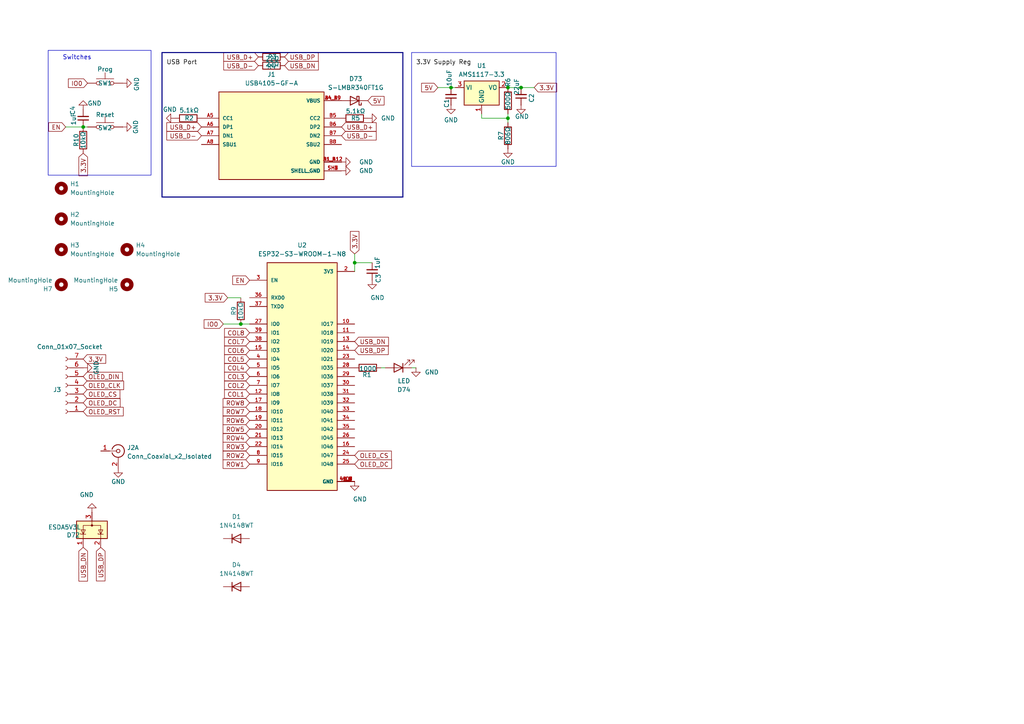
<source format=kicad_sch>
(kicad_sch (version 20250114) (generator "eeschema") (generator_version "9.0")
  (paper "A4")
  (rectangle (start 119.38 15.24) (end 161.29 48.26))
  (rectangle (start 13.97 14.605) (end 43.815 50.8))
  (rectangle (start -306.07 15.24) (end -34.925 147.955))
  (text "Y" (at -145.796 50.292 0) (effects (font (size 3 3))))
  (text "S" (at -255.524 63.754 0) (effects (font (size 3 3))))
  (text "V" (at -203.454 79.756 0) (effects (font (size 3 3))))
  (text "ENT" (at -117.094 110.998 0) (effects (font (size 3 3))))
  (text "4" (at -173.736 35.052 0) (effects (font (size 3 3))))
  (text "CRTL" (at -255.524 97.028 0) (effects (font (size 3 3))))
  (text "U" (at -116.332 50.292 0) (effects (font (size 3 3))))
  (text "R" (at -202.946 50.038 0) (effects (font (size 3 3))))
  (text "H" (at -146.05 63.5 0) (effects (font (size 3 3))))
  (text "PWR" (at -284.734 112.776 0) (effects (font (size 3 3))))
  (text "9" (at -60.706 44.958 0) (effects (font (size 3 3))))
  (text "UP" (at -145.034 95.504 0) (effects (font (size 3 3))))
  (text "6" (at -120.396 35.306 0) (effects (font (size 3 3))))
  (text "LFT" (at -173.482 96.774 0) (effects (font (size 3 3))))
  (text "," (at -90.424 80.518 0) (effects (font (size 3 3))))
  (text "Switches" (at 22.352 16.764 0) (effects (font (size 1.27 1.27))))
  (text "3" (at -204.47 35.052 0) (effects (font (size 3 3))))
  (text "ALT" (at -226.822 95.25 0) (effects (font (size 3 3))))
  (text "K" (at -90.678 63.754 0) (effects (font (size 3 3))))
  (text "N" (at -146.0723 79.756 0) (effects (font (size 3 3))))
  (text "W" (at -255.016 49.784 0) (effects (font (size 3 3))))
  (text "G" (at -175.26 63.5 0) (effects (font (size 3 3))))
  (text "5" (at -148.59 35.052 0) (effects (font (size 3 3))))
  (text "7" (at -92.71 35.306 0) (effects (font (size 3 3))))
  (text "1" (at -255.27 34.544 0) (effects (font (size 3 3))))
  (text "SHIFT" (at -291.338 91.186 0) (effects (font (size 3 3))))
  (text "E" (at -227.076 50.292 0) (effects (font (size 3 3))))
  (text "Keyboard Keys" (at -294.894 21.844 0) (effects (font (size 1.27 1.27))))
  (text "8" (at -60.96 28.956 0) (effects (font (size 3 3))))
  (text "M" (at -118.11 80.518 0) (effects (font (size 3 3))))
  (text "I" (at -88.9 50.546 0) (effects (font (size 3 3))))
  (text "DWN" (at -172.72 111.506 0) (effects (font (size 3 3))))
  (text "A" (at -283.21 65.024 0) (effects (font (size 3 3))))
  (text "C" (at -227.33 79.248 0) (effects (font (size 3 3))))
  (text "O" (at -57.15 64.008 0) (effects (font (size 3 3))))
  (text "Z" (at -283.21 80.772 0) (effects (font (size 3 3))))
  (text "J" (at -116.84 63.754 0) (effects (font (size 3 3))))
  (text "SPC" (at -205.232 96.52 0) (effects (font (size 3 3))))
  (text "D" (at -227.33 63.246 0) (effects (font (size 3 3))))
  (text "2" (at -227.076 35.052 0) (effects (font (size 3 3))))
  (text "T" (at -175.26 50.546 0) (effects (font (size 3 3))))
  (text "X" (at -255.016 80.264 0) (effects (font (size 3 3))))
  (text "L" (at -57.404 81.28 0) (effects (font (size 3 3))))
  (text "Q" (at -283.21 51.054 0) (effects (font (size 3 3))))
  (text "P" (at -145.796 110.744 0) (effects (font (size 3 3))))
  (text "." (at -89.154 94.742 0) (effects (font (size 3 3))))
  (text "RIT" (at -117.094 95.504 0) (effects (font (size 3 3))))
  (text "{dblquote}" (at -255.016 111.506 0) (effects (font (size 3 3))))
  (text "F" (at -203.2 63.5 0) (effects (font (size 3 3))))
  (text "BSPC" (at -36.83 94.996 0) (effects (font (size 3 3))))
  (text "B" (at -175.514 79.756 0) (effects (font (size 3 3))))
  (text "0" (at -283.21 35.052 0) (effects (font (size 3 3))))
  (junction (at -95.25 96.52))
  (junction (at -270.51 62.23))
  (junction (at -161.29 60.96))
  (junction (at -104.14 107.95))
  (junction (at -208.28 81.28))
  (junction (at -232.41 81.28))
  (junction (at -151.13 111.76))
  (junction (at -180.34 50.8))
  (junction (at -260.35 111.76))
  (junction (at -288.29 64.77))
  (junction (at -132.08 48.26))
  (junction (at -104.14 60.96))
  (junction (at -190.5 48.26))
  (junction (at -76.2 77.47))
  (junction (at -95.25 81.28))
  (junction (at -288.29 96.52))
  (junction (at -151.13 64.77))
  (junction (at -121.92 50.8))
  (junction (at -123.19 96.52))
  (junction (at 147.32 25.4))
  (junction (at -104.14 77.47))
  (junction (at 147.32 34.29))
  (junction (at -151.13 96.52))
  (junction (at -270.51 93.98))
  (junction (at -93.98 50.8))
  (junction (at -76.2 92.71))
  (junction (at -132.08 77.47))
  (junction (at -288.29 35.56))
  (junction (at -190.5 77.47))
  (junction (at -44.45 48.26))
  (junction (at -190.5 60.96))
  (junction (at -190.5 93.98))
  (junction (at -270.51 78.74))
  (junction (at -132.08 107.95))
  (junction (at -210.82 96.52))
  (junction (at -242.57 48.26))
  (junction (at -232.41 64.77))
  (junction (at -214.63 48.26))
  (junction (at -161.29 77.47))
  (junction (at -121.92 111.76))
  (junction (at -290.83 111.76))
  (junction (at -214.63 77.47))
  (junction (at 151.13 25.4))
  (junction (at 102.87 76.2))
  (junction (at 130.81 25.4))
  (junction (at -232.41 50.8))
  (junction (at -125.73 35.56))
  (junction (at -288.29 50.8))
  (junction (at -232.41 96.52))
  (junction (at -76.2 48.26))
  (junction (at -95.25 64.77))
  (junction (at -242.57 78.74))
  (junction (at 69.85 93.98))
  (junction (at -214.63 93.98))
  (junction (at -214.63 60.96))
  (junction (at -161.29 93.98))
  (junction (at -151.13 50.8))
  (junction (at -161.29 48.26))
  (junction (at -161.29 109.22))
  (junction (at -208.28 50.8))
  (junction (at -208.28 64.77))
  (junction (at -260.35 35.56))
  (junction (at -44.45 78.74))
  (junction (at -242.57 93.98))
  (junction (at -260.35 64.77))
  (junction (at -260.35 81.28))
  (junction (at -270.51 48.26))
  (junction (at -180.34 81.28))
  (junction (at 24.13 36.83))
  (junction (at -179.07 96.52))
  (junction (at -121.92 64.77))
  (junction (at -104.14 48.26))
  (junction (at -179.07 111.76))
  (junction (at -179.07 35.56))
  (junction (at -132.08 60.96))
  (junction (at -270.51 109.22))
  (junction (at -242.57 62.23))
  (junction (at -153.67 35.56))
  (junction (at -132.08 92.71))
  (junction (at -151.13 81.28))
  (junction (at -44.45 93.98))
  (junction (at -97.79 35.56))
  (junction (at -260.35 50.8))
  (junction (at -180.34 64.77))
  (junction (at -232.41 35.56))
  (junction (at -104.14 92.71))
  (junction (at -260.35 96.52))
  (junction (at -123.19 81.28))
  (junction (at -209.55 35.56))
  (junction (at -242.57 109.22))
  (junction (at -288.29 81.28))
  (junction (at -76.2 60.96))
  (junction (at -44.45 60.96))
  (wire (pts (xy -190.5 93.98) (xy -190.5 130.81)))
  (wire (pts (xy -242.57 78.74) (xy -242.57 93.98)))
  (wire (pts (xy -62.23 60.96) (xy -62.23 64.77)))
  (wire (pts (xy -93.98 48.26) (xy -93.98 50.8)))
  (wire (pts (xy -180.34 50.8) (xy -151.13 50.8)))
  (wire (pts (xy -290.83 111.76) (xy -260.35 111.76)))
  (wire (pts (xy -232.41 60.96) (xy -232.41 64.77)))
  (wire (pts (xy -162.56 77.47) (xy -161.29 77.47)))
  (wire (pts (xy -214.63 48.26) (xy -214.63 60.96)))
  (wire (pts (xy 151.13 25.4) (xy 147.32 25.4)))
  (wire (pts (xy -294.64 81.28) (xy -288.29 81.28)))
  (wire (pts (xy -208.28 81.28) (xy -180.34 81.28)))
  (wire (pts (xy -104.14 33.02) (xy -104.14 48.26)))
  (wire (pts (xy -190.5 77.47) (xy -190.5 93.98)))
  (wire (pts (xy -288.29 48.26) (xy -288.29 50.8)))
  (wire (pts (xy -95.25 81.28) (xy -62.23 81.28)))
  (wire (pts (xy -179.07 33.02) (xy -179.07 35.56)))
  (wire (pts (xy -121.92 48.26) (xy -121.92 50.8)))
  (wire (pts (xy -133.35 92.71) (xy -132.08 92.71)))
  (wire (pts (xy -123.19 96.52) (xy -95.25 96.52)))
  (wire (pts (xy -190.5 33.02) (xy -190.5 48.26)))
  (wire (pts (xy -242.57 109.22) (xy -242.57 124.46)))
  (wire (pts (xy -288.29 81.28) (xy -260.35 81.28)))
  (wire (pts (xy -294.64 96.52) (xy -288.29 96.52)))
  (wire (pts (xy -95.25 96.52) (xy -62.23 96.52)))
  (wire (pts (xy -132.08 107.95) (xy -132.08 132.08)))
  (wire (pts (xy 102.87 73.66) (xy 102.87 76.2)))
  (wire (pts (xy -232.41 81.28) (xy -208.28 81.28)))
  (wire (pts (xy -260.35 50.8) (xy -232.41 50.8)))
  (wire (pts (xy -132.08 33.02) (xy -132.08 48.26)))
  (wire (pts (xy 19.05 36.83) (xy 24.13 36.83)))
  (wire (pts (xy -95.25 60.96) (xy -95.25 64.77)))
  (wire (pts (xy -151.13 50.8) (xy -121.92 50.8)))
  (wire (pts (xy -260.35 111.76) (xy -179.07 111.76)))
  (wire (pts (xy -270.51 78.74) (xy -270.51 93.98)))
  (wire (pts (xy -232.41 93.98) (xy -232.41 96.52)))
  (wire (pts (xy -270.51 33.02) (xy -270.51 48.26)))
  (wire (pts (xy -273.05 109.22) (xy -270.51 109.22)))
  (wire (pts (xy -104.14 33.02) (xy -107.95 33.02)))
  (wire (pts (xy 102.87 76.2) (xy 107.95 76.2)))
  (wire (pts (xy -209.55 35.56) (xy -179.07 35.56)))
  (wire (pts (xy -132.08 33.02) (xy -135.89 33.02)))
  (wire (pts (xy -180.34 48.26) (xy -180.34 50.8)))
  (wire (pts (xy -270.51 109.22) (xy -270.51 124.46)))
  (wire (pts (xy -290.83 109.22) (xy -290.83 111.76)))
  (bus (pts (xy 116.84 57.15) (xy 46.99 57.15)))
  (wire (pts (xy -232.41 50.8) (xy -208.28 50.8)))
  (wire (pts (xy -132.08 48.26) (xy -133.35 48.26)))
  (wire (pts (xy -208.28 60.96) (xy -208.28 64.77)))
  (wire (pts (xy -288.29 50.8) (xy -260.35 50.8)))
  (wire (pts (xy -232.41 77.47) (xy -232.41 81.28)))
  (wire (pts (xy -180.34 77.47) (xy -180.34 81.28)))
  (wire (pts (xy -209.55 35.56) (xy -232.41 35.56)))
  (wire (pts (xy 127 25.4) (xy 130.81 25.4)))
  (wire (pts (xy 102.87 76.2) (xy 102.87 78.74)))
  (wire (pts (xy -260.35 48.26) (xy -260.35 50.8)))
  (wire (pts (xy -132.08 60.96) (xy -132.08 77.47)))
  (wire (pts (xy -294.64 35.56) (xy -288.29 35.56)))
  (wire (pts (xy -260.35 35.56) (xy -232.41 35.56)))
  (wire (pts (xy -210.82 96.52) (xy -179.07 96.52)))
  (wire (pts (xy -180.34 60.96) (xy -180.34 64.77)))
  (wire (pts (xy -161.29 48.26) (xy -161.29 60.96)))
  (wire (pts (xy -288.29 78.74) (xy -288.29 81.28)))
  (wire (pts (xy -151.13 77.47) (xy -151.13 81.28)))
  (wire (pts (xy -123.19 92.71) (xy -123.19 96.52)))
  (bus (pts (xy 116.84 15.24) (xy 116.84 57.15)))
  (wire (pts (xy -179.07 96.52) (xy -151.13 96.52)))
  (wire (pts (xy -151.13 107.95) (xy -151.13 111.76)))
  (wire (pts (xy 139.7 33.02) (xy 139.7 34.29)))
  (wire (pts (xy -104.14 107.95) (xy -104.14 133.35)))
  (wire (pts (xy -121.92 60.96) (xy -121.92 64.77)))
  (wire (pts (xy -179.07 35.56) (xy -153.67 35.56)))
  (wire (pts (xy -294.64 111.76) (xy -290.83 111.76)))
  (wire (pts (xy 147.32 34.29) (xy 147.32 35.56)))
  (wire (pts (xy -93.98 50.8) (xy -62.23 50.8)))
  (wire (pts (xy -132.08 77.47) (xy -132.08 92.71)))
  (wire (pts (xy -179.07 111.76) (xy -151.13 111.76)))
  (wire (pts (xy -76.2 33.02) (xy -76.2 48.26)))
  (bus (pts (xy 46.99 15.24) (xy 116.84 15.24)))
  (wire (pts (xy -214.63 77.47) (xy -214.63 93.98)))
  (wire (pts (xy -208.28 64.77) (xy -180.34 64.77)))
  (wire (pts (xy -208.28 50.8) (xy -180.34 50.8)))
  (wire (pts (xy 139.7 34.29) (xy 147.32 34.29)))
  (wire (pts (xy -260.35 81.28) (xy -232.41 81.28)))
  (wire (pts (xy -294.64 50.8) (xy -288.29 50.8)))
  (wire (pts (xy -208.28 77.47) (xy -208.28 81.28)))
  (wire (pts (xy -97.79 33.02) (xy -97.79 35.56)))
  (wire (pts (xy -179.07 109.22) (xy -179.07 111.76)))
  (wire (pts (xy -123.19 77.47) (xy -123.19 81.28)))
  (wire (pts (xy -76.2 33.02) (xy -80.01 33.02)))
  (wire (pts (xy -260.35 33.02) (xy -260.35 35.56)))
  (wire (pts (xy -208.28 48.26) (xy -208.28 50.8)))
  (wire (pts (xy -76.2 77.47) (xy -76.2 92.71)))
  (wire (pts (xy -77.47 92.71) (xy -76.2 92.71)))
  (wire (pts (xy -288.29 62.23) (xy -288.29 64.77)))
  (wire (pts (xy -161.29 93.98) (xy -161.29 109.22)))
  (wire (pts (xy -260.35 64.77) (xy -232.41 64.77)))
  (wire (pts (xy -132.08 48.26) (xy -132.08 60.96)))
  (wire (pts (xy -214.63 60.96) (xy -214.63 77.47)))
  (wire (pts (xy -162.56 60.96) (xy -161.29 60.96)))
  (wire (pts (xy -133.35 77.47) (xy -132.08 77.47)))
  (wire (pts (xy -193.04 93.98) (xy -190.5 93.98)))
  (wire (pts (xy -132.08 92.71) (xy -132.08 107.95)))
  (wire (pts (xy -44.45 60.96) (xy -44.45 78.74)))
  (wire (pts (xy 64.77 93.98) (xy 69.85 93.98)))
  (wire (pts (xy -133.35 107.95) (xy -132.08 107.95)))
  (wire (pts (xy -161.29 77.47) (xy -161.29 93.98)))
  (wire (pts (xy 111.76 106.68) (xy 110.49 106.68)))
  (wire (pts (xy -190.5 48.26) (xy -190.5 60.96)))
  (wire (pts (xy -288.29 64.77) (xy -260.35 64.77)))
  (wire (pts (xy -214.63 33.02) (xy -214.63 48.26)))
  (wire (pts (xy -153.67 33.02) (xy -153.67 35.56)))
  (wire (pts (xy -151.13 92.71) (xy -151.13 96.52)))
  (wire (pts (xy -62.23 35.56) (xy -62.23 33.02)))
  (wire (pts (xy -44.45 93.98) (xy -44.45 133.35)))
  (wire (pts (xy -77.47 77.47) (xy -76.2 77.47)))
  (wire (pts (xy 130.81 25.4) (xy 132.08 25.4)))
  (wire (pts (xy -121.92 107.95) (xy -121.92 111.76)))
  (wire (pts (xy -76.2 60.96) (xy -76.2 77.47)))
  (wire (pts (xy -121.92 111.76) (xy -93.98 111.76)))
  (wire (pts (xy -97.79 35.56) (xy -125.73 35.56)))
  (wire (pts (xy -232.41 33.02) (xy -232.41 35.56)))
  (wire (pts (xy -95.25 92.71) (xy -95.25 96.52)))
  (wire (pts (xy -242.57 93.98) (xy -242.57 109.22)))
  (wire (pts (xy -151.13 96.52) (xy -123.19 96.52)))
  (wire (pts (xy -179.07 93.98) (xy -179.07 96.52)))
  (wire (pts (xy -294.64 64.77) (xy -288.29 64.77)))
  (wire (pts (xy -232.41 96.52) (xy -210.82 96.52)))
  (wire (pts (xy 69.85 93.98) (xy 72.39 93.98)))
  (wire (pts (xy -125.73 35.56) (xy -153.67 35.56)))
  (wire (pts (xy -270.51 62.23) (xy -270.51 78.74)))
  (wire (pts (xy -288.29 35.56) (xy -260.35 35.56)))
  (wire (pts (xy -270.51 48.26) (xy -270.51 62.23)))
  (wire (pts (xy -97.79 35.56) (xy -62.23 35.56)))
  (wire (pts (xy -232.41 48.26) (xy -232.41 50.8)))
  (wire (pts (xy -151.13 60.96) (xy -151.13 64.77)))
  (wire (pts (xy -242.57 62.23) (xy -242.57 78.74)))
  (wire (pts (xy -260.35 96.52) (xy -260.35 93.98)))
  (wire (pts (xy -214.63 93.98) (xy -214.63 124.46)))
  (wire (pts (xy -44.45 78.74) (xy -44.45 93.98)))
  (wire (pts (xy -76.2 48.26) (xy -76.2 60.96)))
  (wire (pts (xy -104.14 48.26) (xy -104.14 60.96)))
  (wire (pts (xy -210.82 93.98) (xy -210.82 96.52)))
  (wire (pts (xy -104.14 92.71) (xy -104.14 107.95)))
  (wire (pts (xy -288.29 96.52) (xy -288.29 93.98)))
  (wire (pts (xy -105.41 77.47) (xy -104.14 77.47)))
  (wire (pts (xy -151.13 81.28) (xy -123.19 81.28)))
  (wire (pts (xy -180.34 64.77) (xy -151.13 64.77)))
  (wire (pts (xy -95.25 64.77) (xy -121.92 64.77)))
  (wire (pts (xy -105.41 92.71) (xy -104.14 92.71)))
  (wire (pts (xy -180.34 81.28) (xy -151.13 81.28)))
  (wire (pts (xy -161.29 48.26) (xy -162.56 48.26)))
  (wire (pts (xy -76.2 92.71) (xy -76.2 133.35)))
  (wire (pts (xy -232.41 64.77) (xy -208.28 64.77)))
  (wire (pts (xy -288.29 35.56) (xy -288.29 33.02)))
  (wire (pts (xy -44.45 33.02) (xy -44.45 48.26)))
  (wire (pts (xy -151.13 48.26) (xy -151.13 50.8)))
  (wire (pts (xy -190.5 33.02) (xy -191.77 33.02)))
  (wire (pts (xy -133.35 60.96) (xy -132.08 60.96)))
  (wire (pts (xy -123.19 81.28) (xy -95.25 81.28)))
  (wire (pts (xy -95.25 64.77) (xy -62.23 64.77)))
  (wire (pts (xy -242.57 33.02) (xy -242.57 48.26)))
  (wire (pts (xy -161.29 109.22) (xy -161.29 130.81)))
  (wire (pts (xy -104.14 60.96) (xy -104.14 77.47)))
  (wire (pts (xy -77.47 60.96) (xy -76.2 60.96)))
  (wire (pts (xy -62.23 93.98) (xy -62.23 96.52)))
  (wire (pts (xy -161.29 60.96) (xy -161.29 77.47)))
  (wire (pts (xy -44.45 48.26) (xy -44.45 60.96)))
  (wire (pts (xy -151.13 64.77) (xy -121.92 64.77)))
  (wire (pts (xy -288.29 96.52) (xy -260.35 96.52)))
  (wire (pts (xy -190.5 60.96) (xy -190.5 77.47)))
  (wire (pts (xy 66.04 86.36) (xy 69.85 86.36)))
  (wire (pts (xy -270.51 93.98) (xy -270.51 109.22)))
  (wire (pts (xy 147.32 33.02) (xy 147.32 34.29)))
  (wire (pts (xy -260.35 62.23) (xy -260.35 64.77)))
  (wire (pts (xy -209.55 33.02) (xy -209.55 35.56)))
  (wire (pts (xy 24.13 36.83) (xy 25.4 36.83)))
  (wire (pts (xy -104.14 77.47) (xy -104.14 92.71)))
  (wire (pts (xy 154.94 25.4) (xy 151.13 25.4)))
  (wire (pts (xy -121.92 50.8) (xy -93.98 50.8)))
  (wire (pts (xy -125.73 33.02) (xy -125.73 35.56)))
  (wire (pts (xy -161.29 33.02) (xy -161.29 48.26)))
  (wire (pts (xy -95.25 77.47) (xy -95.25 81.28)))
  (wire (pts (xy -242.57 48.26) (xy -242.57 62.23)))
  (wire (pts (xy -62.23 81.28) (xy -62.23 78.74)))
  (wire (pts (xy 119.38 106.68) (xy 120.65 106.68)))
  (wire (pts (xy -62.23 50.8) (xy -62.23 48.26)))
  (wire (pts (xy -260.35 109.22) (xy -260.35 111.76)))
  (bus (pts (xy 46.99 15.24) (xy 46.99 57.15)))
  (wire (pts (xy -260.35 78.74) (xy -260.35 81.28)))
  (wire (pts (xy -260.35 96.52) (xy -232.41 96.52)))
  (wire (pts (xy -151.13 111.76) (xy -121.92 111.76)))
  (label "USB Port" (at 48.26 19.05 0))
  (label "3.3V Supply Reg" (at 120.65 19.05 0))
  (global_label "OLED_CLK" (shape input) (at 24.13 111.76 0) (property "Intersheetrefs" "${INTERSHEET_REFS}" (effects (hide yes))))
  (global_label "COL7" (shape input) (at 72.39 99.06 180) (property "Intersheetrefs" "${INTERSHEET_REFS}" (effects (hide yes))))
  (global_label "OLED_RST" (shape input) (at 24.13 119.38 0) (property "Intersheetrefs" "${INTERSHEET_REFS}" (effects (hide yes))))
  (global_label "COL4" (shape input) (at 72.39 106.68 180) (property "Intersheetrefs" "${INTERSHEET_REFS}" (effects (hide yes))))
  (global_label "COL5" (shape input) (at 72.39 104.14 180) (property "Intersheetrefs" "${INTERSHEET_REFS}" (effects (hide yes))))
  (global_label "ROW7" (shape input) (at 72.39 119.38 180) (property "Intersheetrefs" "${INTERSHEET_REFS}" (effects (hide yes))))
  (global_label "COL4" (shape input) (at -190.5 130.81 270) (property "Intersheetrefs" "${INTERSHEET_REFS}" (effects (hide yes))))
  (global_label "OLED_DC" (shape input) (at 102.87 134.62 0) (property "Intersheetrefs" "${INTERSHEET_REFS}" (effects (hide yes))))
  (global_label "ROW3" (shape input) (at 72.39 129.54 180) (property "Intersheetrefs" "${INTERSHEET_REFS}" (effects (hide yes))))
  (global_label "USB_D+" (shape input) (at 99.06 36.83 0) (property "Intersheetrefs" "${INTERSHEET_REFS}" (effects (hide yes))))
  (global_label "OLED_CS" (shape input) (at 24.13 114.3 0) (property "Intersheetrefs" "${INTERSHEET_REFS}" (effects (hide yes))))
  (global_label "IO0" (shape input) (at 64.77 93.98 180) (property "Intersheetrefs" "${INTERSHEET_REFS}" (effects (hide yes))))
  (global_label "USB_D-" (shape input) (at 99.06 39.37 0) (property "Intersheetrefs" "${INTERSHEET_REFS}" (effects (hide yes))))
  (global_label "ROW4" (shape input) (at 72.39 127 180) (property "Intersheetrefs" "${INTERSHEET_REFS}" (effects (hide yes))))
  (global_label "EN" (shape input) (at 19.05 36.83 180) (property "Intersheetrefs" "${INTERSHEET_REFS}" (effects (hide yes))))
  (global_label "3.3V" (shape input) (at 154.94 25.4 0) (property "Intersheetrefs" "${INTERSHEET_REFS}" (effects (hide yes))))
  (global_label "COL1" (shape input) (at 72.39 114.3 180) (property "Intersheetrefs" "${INTERSHEET_REFS}" (effects (hide yes))))
  (global_label "USB_D+" (shape input) (at 74.93 16.51 180) (property "Intersheetrefs" "${INTERSHEET_REFS}" (effects (hide yes))))
  (global_label "OLED_DIN" (shape input) (at 24.13 109.22 0) (property "Intersheetrefs" "${INTERSHEET_REFS}" (effects (hide yes))))
  (global_label "USB_DN" (shape input) (at 24.13 158.75 270) (property "Intersheetrefs" "${INTERSHEET_REFS}" (effects (hide yes))))
  (global_label "COL3" (shape input) (at 72.39 109.22 180) (property "Intersheetrefs" "${INTERSHEET_REFS}" (effects (hide yes))))
  (global_label "USB_DP" (shape input) (at 29.21 158.75 270) (property "Intersheetrefs" "${INTERSHEET_REFS}" (effects (hide yes))))
  (global_label "COL6" (shape input) (at -132.08 132.08 270) (property "Intersheetrefs" "${INTERSHEET_REFS}" (effects (hide yes))))
  (global_label "COL5" (shape input) (at -161.29 130.81 270) (property "Intersheetrefs" "${INTERSHEET_REFS}" (effects (hide yes))))
  (global_label "COL8" (shape input) (at -76.2 133.35 270) (property "Intersheetrefs" "${INTERSHEET_REFS}" (effects (hide yes))))
  (global_label "ROW6" (shape input) (at 72.39 121.92 180) (property "Intersheetrefs" "${INTERSHEET_REFS}" (effects (hide yes))))
  (global_label "ROW4" (shape input) (at -294.64 81.28 180) (property "Intersheetrefs" "${INTERSHEET_REFS}" (effects (hide yes))))
  (global_label "USB_D-" (shape input) (at 58.42 39.37 180) (property "Intersheetrefs" "${INTERSHEET_REFS}" (effects (hide yes))))
  (global_label "USB_D-" (shape input) (at 74.93 19.05 180) (property "Intersheetrefs" "${INTERSHEET_REFS}" (effects (hide yes))))
  (global_label "COL6" (shape input) (at 72.39 101.6 180) (property "Intersheetrefs" "${INTERSHEET_REFS}" (effects (hide yes))))
  (global_label "3.3V" (shape input) (at 102.87 73.66 90) (property "Intersheetrefs" "${INTERSHEET_REFS}" (effects (hide yes))))
  (global_label "ROW2" (shape input) (at 72.39 132.08 180) (property "Intersheetrefs" "${INTERSHEET_REFS}" (effects (hide yes))))
  (global_label "ROW5" (shape input) (at -294.64 96.52 180) (property "Intersheetrefs" "${INTERSHEET_REFS}" (effects (hide yes))))
  (global_label "ROW1" (shape input) (at 72.39 134.62 180) (property "Intersheetrefs" "${INTERSHEET_REFS}" (effects (hide yes))))
  (global_label "OLED_CS" (shape input) (at 102.87 132.08 0) (property "Intersheetrefs" "${INTERSHEET_REFS}" (effects (hide yes))))
  (global_label "ROW2" (shape input) (at -294.64 50.8 180) (property "Intersheetrefs" "${INTERSHEET_REFS}" (effects (hide yes))))
  (global_label "COL8" (shape input) (at 72.39 96.52 180) (property "Intersheetrefs" "${INTERSHEET_REFS}" (effects (hide yes))))
  (global_label "EN" (shape input) (at 72.39 81.28 180) (property "Intersheetrefs" "${INTERSHEET_REFS}" (effects (hide yes))))
  (global_label "COL3" (shape input) (at -214.63 124.46 270) (property "Intersheetrefs" "${INTERSHEET_REFS}" (effects (hide yes))))
  (global_label "OLED_DC" (shape input) (at 24.13 116.84 0) (property "Intersheetrefs" "${INTERSHEET_REFS}" (effects (hide yes))))
  (global_label "USB_D+" (shape input) (at 58.42 36.83 180) (property "Intersheetrefs" "${INTERSHEET_REFS}" (effects (hide yes))))
  (global_label "USB_DP" (shape input) (at 82.55 16.51 0) (property "Intersheetrefs" "${INTERSHEET_REFS}" (effects (hide yes))))
  (global_label "ROW3" (shape input) (at -294.64 64.77 180) (property "Intersheetrefs" "${INTERSHEET_REFS}" (effects (hide yes))))
  (global_label "ROW1" (shape input) (at -294.64 35.56 180) (property "Intersheetrefs" "${INTERSHEET_REFS}" (effects (hide yes))))
  (global_label "COL7" (shape input) (at -104.14 133.35 270) (property "Intersheetrefs" "${INTERSHEET_REFS}" (effects (hide yes))))
  (global_label "3.3V" (shape input) (at 24.13 104.14 0) (property "Intersheetrefs" "${INTERSHEET_REFS}" (effects (hide yes))))
  (global_label "USB_DN" (shape input) (at 82.55 19.05 0) (property "Intersheetrefs" "${INTERSHEET_REFS}" (effects (hide yes))))
  (global_label "COL2" (shape input) (at 72.39 111.76 180) (property "Intersheetrefs" "${INTERSHEET_REFS}" (effects (hide yes))))
  (global_label "USB_DN" (shape input) (at 102.87 99.06 0) (property "Intersheetrefs" "${INTERSHEET_REFS}" (effects (hide yes))))
  (global_label "3.3V" (shape input) (at 66.04 86.36 180) (property "Intersheetrefs" "${INTERSHEET_REFS}" (effects (hide yes))))
  (global_label "COL1" (shape input) (at -270.51 124.46 270) (property "Intersheetrefs" "${INTERSHEET_REFS}" (effects (hide yes))))
  (global_label "3.3V" (shape input) (at 24.13 44.45 270) (property "Intersheetrefs" "${INTERSHEET_REFS}" (effects (hide yes))))
  (global_label "COL9" (shape input) (at -44.45 133.35 270) (property "Intersheetrefs" "${INTERSHEET_REFS}" (effects (hide yes))))
  (global_label "ROW5" (shape input) (at 72.39 124.46 180) (property "Intersheetrefs" "${INTERSHEET_REFS}" (effects (hide yes))))
  (global_label "USB_DP" (shape input) (at 102.87 101.6 0) (property "Intersheetrefs" "${INTERSHEET_REFS}" (effects (hide yes))))
  (global_label "5V" (shape input) (at 106.68 29.21 0) (property "Intersheetrefs" "${INTERSHEET_REFS}" (effects (hide yes))))
  (global_label "COL2" (shape input) (at -242.57 124.46 270) (property "Intersheetrefs" "${INTERSHEET_REFS}" (effects (hide yes))))
  (global_label "5V" (shape input) (at 127 25.4 180) (property "Intersheetrefs" "${INTERSHEET_REFS}" (effects (hide yes))))
  (global_label "ROW8" (shape input) (at 72.39 116.84 180) (property "Intersheetrefs" "${INTERSHEET_REFS}" (effects (hide yes))))
  (global_label "IO0" (shape input) (at 25.4 24.13 180) (property "Intersheetrefs" "${INTERSHEET_REFS}" (effects (hide yes))))
  (global_label "ROW6" (shape input) (at -294.64 111.76 180) (property "Intersheetrefs" "${INTERSHEET_REFS}" (effects (hide yes))))
  (symbol (lib_id "power:GND") (at 99.06 49.53 90) (unit 1)
    (property "Reference" "#PWR06" (effects (hide yes)))
    (property "Value" "GND" (at 104.14 49.5299 90) (effects (justify right)))
    (property "Description" "Power symbol creates a global label with name \"GND\" , ground" (effects (hide yes)))
  )
  (symbol (lib_id "Switch:SW_Push") (at 30.48 24.13 0) (unit 1)
    (property "Reference" "SW1" (at 30.48 24.13 0))
    (property "Value" "Prog" (at 30.48 20.066 0))
    (property "Footprint" "USB4105-GF-A (1):SW_SPST_B3U-1000P_MovedText" (effects (hide yes)))
    (property "Description" "Push button switch, generic, two pins" (effects (hide yes)))
  )
  (symbol (lib_id "stormduino-Rev2-rescue:R-Device") (at 24.13 40.64 0) (unit 1)
    (property "Reference" "R10" (at 22.098 40.64 90))
    (property "Value" "10kΩ" (at 24.13 40.64 90))
    (property "Footprint" "Capacitor_SMD:C_0805_2012Metric_Pad1.18x1.45mm_HandSolder" (effects (hide yes)))
  )
  (symbol (lib_id "Device:C_Small") (at 130.81 27.94 180) (unit 1)
    (property "Reference" "C1" (at 129.54 29.972 90))
    (property "Value" "10uF" (at 130.302 22.606 90))
    (property "Footprint" "Capacitor_SMD:C_0805_2012Metric" (effects (hide yes)))
    (property "Description" "Unpolarized capacitor, small symbol" (effects (hide yes)))
  )
  (symbol (lib_id "Diode:SS24") (at -80.01 48.26 180) (unit 1)
    (property "Reference" "D42" (at -79.6925 43.18 0))
    (property "Value" "SS24" (at -79.6925 45.72 0))
    (property "Footprint" "Diode_SMD:D_0805_2012Metric" (effects (hide yes)))
    (property "Datasheet" "https://www.vishay.com/docs/88748/ss22.pdf" (effects (hide yes)))
    (property "Description" "40V 2A Schottky Diode, SMA" (effects (hide yes)))
  )
  (symbol (lib_id "Diode:SS24") (at -218.44 93.98 180) (unit 1)
    (property "Reference" "D6" (at -218.1225 88.9 0))
    (property "Value" "SS24" (at -218.1225 91.44 0))
    (property "Footprint" "Diode_SMD:D_0805_2012Metric" (effects (hide yes)))
    (property "Datasheet" "https://www.vishay.com/docs/88748/ss22.pdf" (effects (hide yes)))
    (property "Description" "40V 2A Schottky Diode, SMA" (effects (hide yes)))
  )
  (symbol (lib_id "Switch:SW_Push") (at -175.26 48.26 0) (unit 1)
    (property "Reference" "SWe72" (at -175.26 40.64 0))
    (property "Value" "T" (at -175.26 43.18 0))
    (property "Footprint" "USB4105-GF-A (1):SW_SPST_B3U-1000P_MovedText" (effects (hide yes)))
    (property "Description" "Push button switch, generic, two pins" (effects (hide yes)))
  )
  (symbol (lib_id "Switch:SW_Push") (at -57.15 48.26 0) (unit 1)
    (property "Reference" "SWe29" (at -57.15 40.64 0))
    (property "Value" "9" (at -57.15 43.18 0))
    (property "Footprint" "USB4105-GF-A (1):SW_SPST_B3U-1000P_MovedText" (effects (hide yes)))
    (property "Description" "Push button switch, generic, two pins" (effects (hide yes)))
  )
  (symbol (lib_id "Switch:SW_Push") (at -255.27 33.02 0) (unit 1)
    (property "Reference" "SWe8" (at -255.27 25.4 0))
    (property "Value" "1" (at -255.27 27.94 0))
    (property "Footprint" "USB4105-GF-A (1):SW_SPST_B3U-1000P_MovedText" (effects (hide yes)))
    (property "Description" "Push button switch, generic, two pins" (effects (hide yes)))
  )
  (symbol (lib_id "Regulator_Linear:AMS1117-3.3") (at 139.7 25.4 0) (unit 1)
    (property "Reference" "U1" (at 139.7 19.05 0))
    (property "Value" "AMS1117-3.3" (at 139.7 21.59 0))
    (property "Footprint" "Package_TO_SOT_SMD:SOT-223-3_TabPin2" (effects (hide yes)))
    (property "Datasheet" "http://www.advanced-monolithic.com/pdf/ds1117.pdf" (effects (hide yes)))
    (property "Description" "1A Low Dropout regulator, positive, 3.3V fixed output, SOT-223" (effects (hide yes)))
  )
  (symbol (lib_id "Device:R_Potentiometer") (at -104.14 215.9 0) (unit 1)
    (property "Reference" "RV2" (at -106.68 214.6299 0) (effects (justify right)))
    (property "Value" "R_Potentiometer" (at -96.012 223.012 0) (effects (justify right)))
    (property "Description" "Potentiometer" (effects (hide yes)))
  )
  (symbol (lib_id "Switch:SW_Push") (at -283.21 93.98 0) (mirror x) (unit 1)
    (property "Reference" "SWe24" (at -283.21 101.6 0))
    (property "Value" "SFT" (at -283.21 99.06 0))
    (property "Footprint" "USB4105-GF-A (1):SW_SPST_B3U-1000P_MovedText" (effects (hide yes)))
    (property "Description" "Push button switch, generic, two pins" (effects (hide yes)))
  )
  (symbol (lib_id "Diode:SS24") (at -194.31 48.26 180) (unit 1)
    (property "Reference" "D19" (at -193.9925 43.18 0))
    (property "Value" "SS24" (at -193.9925 45.72 0))
    (property "Footprint" "Diode_SMD:D_0805_2012Metric" (effects (hide yes)))
    (property "Datasheet" "https://www.vishay.com/docs/88748/ss22.pdf" (effects (hide yes)))
    (property "Description" "40V 2A Schottky Diode, SMA" (effects (hide yes)))
  )
  (symbol (lib_id "Diode:SS24") (at -48.26 93.98 180) (unit 1)
    (property "Reference" "D32" (at -47.9425 88.9 0))
    (property "Value" "SS24" (at -47.9425 91.44 0))
    (property "Footprint" "Diode_SMD:D_0805_2012Metric" (effects (hide yes)))
    (property "Datasheet" "https://www.vishay.com/docs/88748/ss22.pdf" (effects (hide yes)))
    (property "Description" "40V 2A Schottky Diode, SMA" (effects (hide yes)))
  )
  (symbol (lib_id "power:GND") (at 151.13 30.48 0) (unit 1)
    (property "Reference" "#PWR010" (effects (hide yes)))
    (property "Value" "GND" (at 151.384 33.782 0))
    (property "Description" "Power symbol creates a global label with name \"GND\" , ground" (effects (hide yes)))
  )
  (symbol (lib_id "power:GND") (at 107.95 81.28 0) (unit 1)
    (property "Reference" "#PWR013" (effects (hide yes)))
    (property "Value" "GND" (at 109.474 86.36 0))
    (property "Description" "Power symbol creates a global label with name \"GND\" , ground" (effects (hide yes)))
  )
  (symbol (lib_id "DownloadStuff:ESP32-S3-WROOM-1-N8") (at 87.63 106.68 0) (unit 1)
    (property "Reference" "U2" (at 87.63 71.12 0))
    (property "Value" "ESP32-S3-WROOM-1-N8" (at 87.63 73.66 0))
    (property "Footprint" "RF_Module:ESP32-S3-WROOM-1" (effects (hide yes)))
    (property "MF" "Espressif Systems" (effects (hide yes)))
    (property "DESCRIPTION" "Bluetooth, WiFi 802.11b/g/n, Bluetooth v5.0 Transceiver Module 2.4GHz PCB Trace Surface Mount" (effects (hide yes)))
    (property "PACKAGE" "None" (effects (hide yes)))
    (property "PRICE" "None" (effects (hide yes)))
    (property "Package" "NON STANDARD Espressif Systems" (effects (hide yes)))
    (property "Check_prices" "https://www.snapeda.com/parts/ESP32-S3-WROOM-1-N8/Espressif+Systems/view-part/?ref=eda" (effects (hide yes)))
    (property "Price" "None" (effects (hide yes)))
    (property "SnapEDA_Link" "https://www.snapeda.com/parts/ESP32-S3-WROOM-1-N8/Espressif+Systems/view-part/?ref=snap" (effects (hide yes)))
    (property "MP" "ESP32-S3-WROOM-1-N8" (effects (hide yes)))
    (property "Description_1" "\n                        \n                            WiFi 802.11a/b/g/n, Bluetooth v5.0 Transceiver Module 2.4GHz Antenna Not Included -\n                        \n" (effects (hide yes)))
    (property "Availability" "In Stock" (effects (hide yes)))
    (property "AVAILABILITY" "In Stock" (effects (hide yes)))
    (property "PURCHASE-URL" "https://pricing.snapeda.com/search/part/ESP32-S3-WROOM-1-N8R8/?ref=eda" (effects (hide yes)))
  )
  (symbol (lib_id "Mechanical:MountingHole") (at 36.83 72.39 0) (unit 1) (exclude_from_sim yes) (in_bom no)
    (property "Reference" "H4" (at 39.37 71.1199 0) (effects (justify left)))
    (property "Value" "MountingHole" (at 39.37 73.6599 0) (effects (justify left)))
    (property "Footprint" "MountingHole:MountingHole_3.2mm_M3_ISO7380_Pad" (effects (hide yes)))
    (property "Description" "Mounting Hole without connection" (effects (hide yes)))
  )
  (symbol (lib_id "Switch:SW_Push") (at -146.05 92.71 0) (unit 1)
    (property "Reference" "SWe88" (at -146.05 85.09 0))
    (property "Value" "UP" (at -146.05 87.63 0))
    (property "Footprint" "USB4105-GF-A (1):SW_SPST_B3U-1000P_MovedText" (effects (hide yes)))
    (property "Description" "Push button switch, generic, two pins" (effects (hide yes)))
  )
  (symbol (lib_id "Diode:SS24") (at -274.32 33.02 180) (unit 1)
    (property "Reference" "D2" (at -274.0025 27.94 0))
    (property "Value" "SS24" (at -274.0025 30.48 0))
    (property "Footprint" "Diode_SMD:D_0805_2012Metric" (effects (hide yes)))
    (property "Datasheet" "https://www.vishay.com/docs/88748/ss22.pdf" (effects (hide yes)))
    (property "Description" "40V 2A Schottky Diode, SMA" (effects (hide yes)))
  )
  (symbol (lib_id "Switch:SW_Push") (at -203.2 60.96 0) (unit 1)
    (property "Reference" "SWe63" (at -203.2 53.34 0))
    (property "Value" "F" (at -203.2 55.88 0))
    (property "Footprint" "USB4105-GF-A (1):SW_SPST_B3U-1000P_MovedText" (effects (hide yes)))
    (property "Description" "Push button switch, generic, two pins" (effects (hide yes)))
  )
  (symbol (lib_id "Switch:SW_Push") (at -255.27 78.74 0) (unit 1)
    (property "Reference" "SWe44" (at -255.27 71.12 0))
    (property "Value" "X" (at -255.27 73.66 0))
    (property "Footprint" "USB4105-GF-A (1):SW_SPST_B3U-1000P_MovedText" (effects (hide yes)))
    (property "Description" "Push button switch, generic, two pins" (effects (hide yes)))
  )
  (symbol (lib_id "Switch:SW_Push") (at -57.15 78.74 0) (unit 1)
    (property "Reference" "SWe39" (at -57.15 71.12 0))
    (property "Value" "L" (at -57.15 73.66 0))
    (property "Footprint" "USB4105-GF-A (1):SW_SPST_B3U-1000P_MovedText" (effects (hide yes)))
    (property "Description" "Push button switch, generic, two pins" (effects (hide yes)))
  )
  (symbol (lib_id "Switch:SW_Push") (at -255.27 109.22 0) (unit 1)
    (property "Reference" "Sw555" (at -255.27 101.6 0))
    (property "Value" "{dblquote}" (at -255.27 104.14 0))
    (property "Footprint" "USB4105-GF-A (1):SW_SPST_B3U-1000P_MovedText" (effects (hide yes)))
    (property "Description" "Push button switch, generic, two pins" (effects (hide yes)))
  )
  (symbol (lib_id "Switch:SW_Push") (at -88.9 48.26 0) (unit 1)
    (property "Reference" "SWe35" (at -88.9 40.64 0))
    (property "Value" "I" (at -88.9 43.18 0))
    (property "Footprint" "USB4105-GF-A (1):SW_SPST_B3U-1000P_MovedText" (effects (hide yes)))
    (property "Description" "Push button switch, generic, two pins" (effects (hide yes)))
  )
  (symbol (lib_id "Diode:SS24") (at -137.16 107.95 180) (unit 1)
    (property "Reference" "D44" (at -136.8425 102.87 0))
    (property "Value" "SS24" (at -136.8425 105.41 0))
    (property "Footprint" "Diode_SMD:D_0805_2012Metric" (effects (hide yes)))
    (property "Datasheet" "https://www.vishay.com/docs/88748/ss22.pdf" (effects (hide yes)))
    (property "Description" "40V 2A Schottky Diode, SMA" (effects (hide yes)))
  )
  (symbol (lib_id "Switch:SW_Push") (at -173.99 109.22 0) (unit 1)
    (property "Reference" "SWe2" (at -173.99 101.6 0))
    (property "Value" "DOWN" (at -173.99 104.14 0))
    (property "Footprint" "USB4105-GF-A (1):SW_SPST_B3U-1000P_MovedText" (effects (hide yes)))
    (property "Description" "Push button switch, generic, two pins" (effects (hide yes)))
  )
  (symbol (lib_id "Switch:SW_Push") (at -255.27 62.23 0) (unit 1)
    (property "Reference" "SWe43" (at -255.27 54.61 0))
    (property "Value" "S" (at -255.27 57.15 0))
    (property "Footprint" "USB4105-GF-A (1):SW_SPST_B3U-1000P_MovedText" (effects (hide yes)))
    (property "Description" "Push button switch, generic, two pins" (effects (hide yes)))
  )
  (symbol (lib_id "Switch:SW_Push") (at -118.11 92.71 180) (unit 1)
    (property "Reference" "SWe7" (at -118.11 87.63 0))
    (property "Value" "RIGHT" (at -118.11 90.17 0))
    (property "Footprint" "USB4105-GF-A (1):SW_SPST_B3U-1000P_MovedText" (effects (hide yes)))
    (property "Description" "Push button switch, generic, two pins" (effects (hide yes)))
  )
  (symbol (lib_id "Mechanical:MountingHole") (at 17.78 63.5 0) (unit 1) (exclude_from_sim yes) (in_bom no)
    (property "Reference" "H2" (at 20.32 62.2299 0) (effects (justify left)))
    (property "Value" "MountingHole" (at 20.32 64.7699 0) (effects (justify left)))
    (property "Footprint" "MountingHole:MountingHole_3.2mm_M3_ISO7380_Pad" (effects (hide yes)))
    (property "Description" "Mounting Hole without connection" (effects (hide yes)))
  )
  (symbol (lib_id "Switch:SW_Push") (at -285.75 109.22 0) (unit 1)
    (property "Reference" "SWe55" (at -285.75 101.6 0))
    (property "Value" "POWER" (at -285.75 104.14 0))
    (property "Footprint" "USB4105-GF-A (1):SW_SPST_B3U-1000P_MovedText" (effects (hide yes)))
    (property "Description" "Push button switch, generic, two pins" (effects (hide yes)))
  )
  (symbol (lib_id "Diode:SS24") (at -83.82 33.02 180) (unit 1)
    (property "Reference" "D37" (at -83.5025 27.94 0))
    (property "Value" "SS24" (at -83.5025 30.48 0))
    (property "Footprint" "Diode_SMD:D_0805_2012Metric" (effects (hide yes)))
    (property "Datasheet" "https://www.vishay.com/docs/88748/ss22.pdf" (effects (hide yes)))
    (property "Description" "40V 2A Schottky Diode, SMA" (effects (hide yes)))
  )
  (symbol (lib_id "Diode:SS24") (at -165.1 93.98 180) (unit 1)
    (property "Reference" "D18" (at -164.7825 88.9 0))
    (property "Value" "SS24" (at -164.7825 91.44 0))
    (property "Footprint" "Diode_SMD:D_0805_2012Metric" (effects (hide yes)))
    (property "Datasheet" "https://www.vishay.com/docs/88748/ss22.pdf" (effects (hide yes)))
    (property "Description" "40V 2A Schottky Diode, SMA" (effects (hide yes)))
  )
  (symbol (lib_id "power:GND") (at 35.56 24.13 90) (unit 1)
    (property "Reference" "#PWR015" (effects (hide yes)))
    (property "Value" "GND" (at 39.624 24.384 0))
    (property "Description" "Power symbol creates a global label with name \"GND\" , ground" (effects (hide yes)))
  )
  (symbol (lib_id "stormduino-Rev2-rescue:R-Device") (at 147.32 29.21 180) (unit 1)
    (property "Reference" "R6" (at 147.32 23.876 90))
    (property "Value" "500Ω" (at 147.32 29.21 90))
    (property "Footprint" "Capacitor_SMD:C_0805_2012Metric_Pad1.18x1.45mm_HandSolder" (effects (hide yes)))
  )
  (symbol (lib_id "Switch:SW_Push") (at -283.21 48.26 0) (unit 1)
    (property "Reference" "SWe32" (at -283.21 40.64 0))
    (property "Value" "Q" (at -283.21 43.18 0))
    (property "Footprint" "USB4105-GF-A (1):SW_SPST_B3U-1000P_MovedText" (effects (hide yes)))
    (property "Description" "Push button switch, generic, two pins" (effects (hide yes)))
  )
  (symbol (lib_id "Switch:SW_Push") (at -283.21 78.74 0) (unit 1)
    (property "Reference" "SWe34" (at -283.21 71.12 0))
    (property "Value" "Z" (at -283.21 73.66 0))
    (property "Footprint" "USB4105-GF-A (1):SW_SPST_B3U-1000P_MovedText" (effects (hide yes)))
    (property "Description" "Push button switch, generic, two pins" (effects (hide yes)))
  )
  (symbol (lib_id "Diode:SS24") (at -218.44 60.96 180) (unit 1)
    (property "Reference" "D16" (at -218.1225 55.88 0))
    (property "Value" "SS24" (at -218.1225 58.42 0))
    (property "Footprint" "Diode_SMD:D_0805_2012Metric" (effects (hide yes)))
    (property "Datasheet" "https://www.vishay.com/docs/88748/ss22.pdf" (effects (hide yes)))
    (property "Description" "40V 2A Schottky Diode, SMA" (effects (hide yes)))
  )
  (symbol (lib_id "Diode:SS24") (at -246.38 78.74 180) (unit 1)
    (property "Reference" "D14" (at -246.0625 73.66 0))
    (property "Value" "SS24" (at -246.0625 76.2 0))
    (property "Footprint" "Diode_SMD:D_0805_2012Metric" (effects (hide yes)))
    (property "Datasheet" "https://www.vishay.com/docs/88748/ss22.pdf" (effects (hide yes)))
    (property "Description" "40V 2A Schottky Diode, SMA" (effects (hide yes)))
  )
  (symbol (lib_id "Diode:SS24") (at -274.32 93.98 180) (unit 1)
    (property "Reference" "D3" (at -274.0025 88.9 0))
    (property "Value" "SS24" (at -274.0025 91.44 0))
    (property "Footprint" "Diode_SMD:D_0805_2012Metric" (effects (hide yes)))
    (property "Datasheet" "https://www.vishay.com/docs/88748/ss22.pdf" (effects (hide yes)))
    (property "Description" "40V 2A Schottky Diode, SMA" (effects (hide yes)))
  )
  (symbol (lib_id "power:GND") (at 24.13 31.75 180) (unit 1)
    (property "Reference" "#PWR014" (effects (hide yes)))
    (property "Value" "GND" (at 27.432 29.972 0))
    (property "Description" "Power symbol creates a global label with name \"GND\" , ground" (effects (hide yes)))
  )
  (symbol (lib_id "Diode:SS24") (at -246.38 33.02 180) (unit 1)
    (property "Reference" "D10" (at -246.0625 27.94 0))
    (property "Value" "SS24" (at -246.0625 30.48 0))
    (property "Footprint" "Diode_SMD:D_0805_2012Metric" (effects (hide yes)))
    (property "Datasheet" "https://www.vishay.com/docs/88748/ss22.pdf" (effects (hide yes)))
    (property "Description" "40V 2A Schottky Diode, SMA" (effects (hide yes)))
  )
  (symbol (lib_id "Diode:SS24") (at -246.38 109.22 180) (unit 1)
    (property "Reference" "D55" (at -246.0625 104.14 0))
    (property "Value" "SS24" (at -246.0625 106.68 0))
    (property "Footprint" "Diode_SMD:D_0805_2012Metric" (effects (hide yes)))
    (property "Datasheet" "https://www.vishay.com/docs/88748/ss22.pdf" (effects (hide yes)))
    (property "Description" "40V 2A Schottky Diode, SMA" (effects (hide yes)))
  )
  (symbol (lib_id "Switch:SW_Push") (at -283.21 62.23 0) (unit 1)
    (property "Reference" "SWe33" (at -283.21 54.61 0))
    (property "Value" "A" (at -283.21 57.15 0))
    (property "Footprint" "USB4105-GF-A (1):SW_SPST_B3U-1000P_MovedText" (effects (hide yes)))
    (property "Description" "Push button switch, generic, two pins" (effects (hide yes)))
  )
  (symbol (lib_id "Device:R_Potentiometer") (at -93.98 203.2 270) (unit 1)
    (property "Reference" "RV1" (at -93.98 196.85 90))
    (property "Value" "R_Potentiometer" (at -93.98 199.39 90))
    (property "Description" "Potentiometer" (effects (hide yes)))
  )
  (symbol (lib_id "Mechanical:MountingHole") (at 17.78 72.39 0) (unit 1) (exclude_from_sim yes) (in_bom no)
    (property "Reference" "H3" (at 20.32 71.1199 0) (effects (justify left)))
    (property "Value" "MountingHole" (at 20.32 73.6599 0) (effects (justify left)))
    (property "Footprint" "MountingHole:MountingHole_3.2mm_M3_ISO7380_Pad" (effects (hide yes)))
    (property "Description" "Mounting Hole without connection" (effects (hide yes)))
  )
  (symbol (lib_id "Switch:SW_Push") (at -90.17 60.96 0) (unit 1)
    (property "Reference" "SWe38" (at -90.17 53.34 0))
    (property "Value" "K" (at -90.17 55.88 0))
    (property "Footprint" "USB4105-GF-A (1):SW_SPST_B3U-1000P_MovedText" (effects (hide yes)))
    (property "Description" "Push button switch, generic, two pins" (effects (hide yes)))
  )
  (symbol (lib_id "Device:R") (at 78.74 16.51 90) (unit 1)
    (property "Reference" "R3" (at 78.994 16.51 90))
    (property "Value" "22Ω" (at 78.994 18.542 90))
    (property "Footprint" "Resistor_SMD:R_0805_2012Metric" (effects (hide yes)))
    (property "Description" "Resistor" (effects (hide yes)))
  )
  (symbol (lib_id "Diode:SS24") (at -107.95 107.95 180) (unit 1)
    (property "Reference" "D54" (at -107.6325 102.87 0))
    (property "Value" "SS24" (at -107.6325 105.41 0))
    (property "Footprint" "Diode_SMD:D_0805_2012Metric" (effects (hide yes)))
    (property "Datasheet" "https://www.vishay.com/docs/88748/ss22.pdf" (effects (hide yes)))
    (property "Description" "40V 2A Schottky Diode, SMA" (effects (hide yes)))
  )
  (symbol (lib_id "Switch:SW_Push") (at -57.15 93.98 0) (unit 1)
    (property "Reference" "SWe17" (at -57.15 86.36 0))
    (property "Value" "BACK" (at -57.15 88.9 0))
    (property "Footprint" "USB4105-GF-A (1):SW_SPST_B3U-1000P_MovedText" (effects (hide yes)))
    (property "Description" "Push button switch, generic, two pins" (effects (hide yes)))
  )
  (symbol (lib_id "Diode:SS24") (at -48.26 48.26 180) (unit 1)
    (property "Reference" "D39" (at -47.9425 43.18 0))
    (property "Value" "SS24" (at -47.9425 45.72 0))
    (property "Footprint" "Diode_SMD:D_0805_2012Metric" (effects (hide yes)))
    (property "Datasheet" "https://www.vishay.com/docs/88748/ss22.pdf" (effects (hide yes)))
    (property "Description" "40V 2A Schottky Diode, SMA" (effects (hide yes)))
  )
  (symbol (lib_id "Diode:SS24") (at -195.58 33.02 180) (unit 1)
    (property "Reference" "D33" (at -195.2625 27.94 0))
    (property "Value" "SS24" (at -195.2625 30.48 0))
    (property "Footprint" "Diode_SMD:D_0805_2012Metric" (effects (hide yes)))
    (property "Datasheet" "https://www.vishay.com/docs/88748/ss22.pdf" (effects (hide yes)))
    (property "Description" "40V 2A Schottky Diode, SMA" (effects (hide yes)))
  )
  (symbol (lib_id "Diode:SS24") (at -274.32 78.74 180) (unit 1)
    (property "Reference" "D7" (at -274.0025 73.66 0))
    (property "Value" "SS24" (at -274.0025 76.2 0))
    (property "Footprint" "Diode_SMD:D_0805_2012Metric" (effects (hide yes)))
    (property "Datasheet" "https://www.vishay.com/docs/88748/ss22.pdf" (effects (hide yes)))
    (property "Description" "40V 2A Schottky Diode, SMA" (effects (hide yes)))
  )
  (symbol (lib_id "Switch:SW_Push") (at -227.33 48.26 0) (unit 1)
    (property "Reference" "SWe52" (at -227.33 40.64 0))
    (property "Value" "E" (at -227.33 43.18 0))
    (property "Footprint" "USB4105-GF-A (1):SW_SPST_B3U-1000P_MovedText" (effects (hide yes)))
    (property "Description" "Push button switch, generic, two pins" (effects (hide yes)))
  )
  (symbol (lib_id "Mechanical:MountingHole") (at 17.78 82.55 180) (unit 1) (exclude_from_sim yes) (in_bom no)
    (property "Reference" "H7" (at 15.24 83.8201 0) (effects (justify left)))
    (property "Value" "MountingHole" (at 15.24 81.2801 0) (effects (justify left)))
    (property "Footprint" "MountingHole:MountingHole_3.2mm_M3_ISO7380_Pad" (effects (hide yes)))
    (property "Description" "Mounting Hole without connection" (effects (hide yes)))
  )
  (symbol (lib_id "Switch:SW_Push") (at -57.15 60.96 0) (unit 1)
    (property "Reference" "SWe36" (at -57.15 53.34 0))
    (property "Value" "O" (at -57.15 55.88 0))
    (property "Footprint" "USB4105-GF-A (1):SW_SPST_B3U-1000P_MovedText" (effects (hide yes)))
    (property "Description" "Push button switch, generic, two pins" (effects (hide yes)))
  )
  (symbol (lib_id "Diode:SS24") (at -81.28 60.96 180) (unit 1)
    (property "Reference" "D45" (at -80.9625 55.88 0))
    (property "Value" "SS24" (at -80.9625 58.42 0))
    (property "Footprint" "Diode_SMD:D_0805_2012Metric" (effects (hide yes)))
    (property "Datasheet" "https://www.vishay.com/docs/88748/ss22.pdf" (effects (hide yes)))
    (property "Description" "40V 2A Schottky Diode, SMA" (effects (hide yes)))
  )
  (symbol (lib_id "power:GND") (at 99.06 46.99 90) (unit 1)
    (property "Reference" "#PWR05" (effects (hide yes)))
    (property "Value" "GND" (at 104.14 46.9899 90) (effects (justify right)))
    (property "Description" "Power symbol creates a global label with name \"GND\" , ground" (effects (hide yes)))
  )
  (symbol (lib_id "Device:R") (at 54.61 34.29 270) (unit 1)
    (property "Reference" "R2" (at 54.864 34.29 90))
    (property "Value" "5.1kΩ" (at 54.864 32.004 90))
    (property "Footprint" "Resistor_SMD:R_0805_2012Metric" (effects (hide yes)))
    (property "Description" "Resistor" (effects (hide yes)))
  )
  (symbol (lib_id "Switch:SW_Push") (at -116.84 107.95 0) (unit 1)
    (property "Reference" "SWe50" (at -116.84 100.33 0))
    (property "Value" "ENTER" (at -116.84 102.87 0))
    (property "Footprint" "USB4105-GF-A (1):SW_SPST_B3U-1000P_MovedText" (effects (hide yes)))
    (property "Description" "Push button switch, generic, two pins" (effects (hide yes)))
  )
  (symbol (lib_id "Diode:SS24") (at -165.1 33.02 180) (unit 1)
    (property "Reference" "D34" (at -164.7825 27.94 0))
    (property "Value" "SS24" (at -164.7825 30.48 0))
    (property "Footprint" "Diode_SMD:D_0805_2012Metric" (effects (hide yes)))
    (property "Datasheet" "https://www.vishay.com/docs/88748/ss22.pdf" (effects (hide yes)))
    (property "Description" "40V 2A Schottky Diode, SMA" (effects (hide yes)))
  )
  (symbol (lib_id "Device:C_Small") (at 107.95 78.74 180) (unit 1)
    (property "Reference" "C3" (at 109.728 80.772 90))
    (property "Value" "1uF" (at 109.474 76.2 90))
    (property "Footprint" "Capacitor_SMD:C_0805_2012Metric" (effects (hide yes)))
    (property "Description" "Unpolarized capacitor, small symbol" (effects (hide yes)))
  )
  (symbol (lib_id "Device:LED") (at 115.57 106.68 180) (unit 1)
    (property "Reference" "D74" (at 117.1575 113.03 0))
    (property "Value" "LED" (at 117.1575 110.49 0))
    (property "Footprint" "Capacitor_SMD:C_0805_2012Metric" (effects (hide yes)))
    (property "Description" "Light emitting diode" (effects (hide yes)))
  )
  (symbol (lib_id "Diode:SS24") (at -194.31 60.96 180) (unit 1)
    (property "Reference" "D20" (at -193.9925 55.88 0))
    (property "Value" "SS24" (at -193.9925 58.42 0))
    (property "Footprint" "Diode_SMD:D_0805_2012Metric" (effects (hide yes)))
    (property "Datasheet" "https://www.vishay.com/docs/88748/ss22.pdf" (effects (hide yes)))
    (property "Description" "40V 2A Schottky Diode, SMA" (effects (hide yes)))
  )
  (symbol (lib_id "Switch:SW_Push") (at -116.84 48.26 0) (unit 1)
    (property "Reference" "SWe14" (at -116.84 40.64 0))
    (property "Value" "U" (at -116.84 43.18 0))
    (property "Footprint" "USB4105-GF-A (1):SW_SPST_B3U-1000P_MovedText" (effects (hide yes)))
    (property "Description" "Push button switch, generic, two pins" (effects (hide yes)))
  )
  (symbol (lib_id "Mechanical:MountingHole") (at 36.83 82.55 180) (unit 1) (exclude_from_sim yes) (in_bom no)
    (property "Reference" "H5" (at 34.29 83.8201 0) (effects (justify left)))
    (property "Value" "MountingHole" (at 34.29 81.2801 0) (effects (justify left)))
    (property "Footprint" "MountingHole:MountingHole_3.2mm_M3_ISO7380_Pad" (effects (hide yes)))
    (property "Description" "Mounting Hole without connection" (effects (hide yes)))
  )
  (symbol (lib_id "Switch:SW_Push") (at -204.47 33.02 0) (unit 1)
    (property "Reference" "SWe20" (at -204.47 25.4 0))
    (property "Value" "3" (at -204.47 27.94 0))
    (property "Footprint" "USB4105-GF-A (1):SW_SPST_B3U-1000P_MovedText" (effects (hide yes)))
    (property "Description" "Push button switch, generic, two pins" (effects (hide yes)))
  )
  (symbol (lib_id "Switch:SW_Push") (at -205.74 93.98 0) (unit 1)
    (property "Reference" "SWe86" (at -205.74 86.36 0))
    (property "Value" "SPACE" (at -205.74 88.9 0))
    (property "Footprint" "USB4105-GF-A (1):SW_SPST_B3U-1000P_MovedText" (effects (hide yes)))
    (property "Description" "Push button switch, generic, two pins" (effects (hide yes)))
  )
  (symbol (lib_id "Switch:SW_Push") (at -175.26 77.47 0) (unit 1)
    (property "Reference" "SWe87" (at -175.26 69.85 0))
    (property "Value" "B" (at -175.26 72.39 0))
    (property "Footprint" "USB4105-GF-A (1):SW_SPST_B3U-1000P_MovedText" (effects (hide yes)))
    (property "Description" "Push button switch, generic, two pins" (effects (hide yes)))
  )
  (symbol (lib_id "stormduino-Rev2-rescue:R-Device") (at 147.32 39.37 0) (unit 1)
    (property "Reference" "R7" (at 145.288 39.37 90))
    (property "Value" "806Ω" (at 147.32 39.37 90))
    (property "Footprint" "Capacitor_SMD:C_0805_2012Metric_Pad1.18x1.45mm_HandSolder" (effects (hide yes)))
  )
  (symbol (lib_id "Diode:SS24") (at -194.31 77.47 180) (unit 1)
    (property "Reference" "D21" (at -193.9925 72.39 0))
    (property "Value" "SS24" (at -193.9925 74.93 0))
    (property "Footprint" "Diode_SMD:D_0805_2012Metric" (effects (hide yes)))
    (property "Datasheet" "https://www.vishay.com/docs/88748/ss22.pdf" (effects (hide yes)))
    (property "Description" "40V 2A Schottky Diode, SMA" (effects (hide yes)))
  )
  (symbol (lib_id "power:GND") (at 35.56 36.83 90) (unit 1)
    (property "Reference" "#PWR016" (effects (hide yes)))
    (property "Value" "GND" (at 39.37 36.83 0))
    (property "Description" "Power symbol creates a global label with name \"GND\" , ground" (effects (hide yes)))
  )
  (symbol (lib_id "Diode:SS24") (at -246.38 48.26 180) (unit 1)
    (property "Reference" "D12" (at -246.0625 43.18 0))
    (property "Value" "SS24" (at -246.0625 45.72 0))
    (property "Footprint" "Diode_SMD:D_0805_2012Metric" (effects (hide yes)))
    (property "Datasheet" "https://www.vishay.com/docs/88748/ss22.pdf" (effects (hide yes)))
    (property "Description" "40V 2A Schottky Diode, SMA" (effects (hide yes)))
  )
  (symbol (lib_id "Diode:SS24") (at -196.85 93.98 180) (unit 1)
    (property "Reference" "D91" (at -196.5325 88.9 0))
    (property "Value" "SS24" (at -196.5325 91.44 0))
    (property "Footprint" "Diode_SMD:D_0805_2012Metric" (effects (hide yes)))
    (property "Datasheet" "https://www.vishay.com/docs/88748/ss22.pdf" (effects (hide yes)))
    (property "Description" "40V 2A Schottky Diode, SMA" (effects (hide yes)))
  )
  (symbol (lib_id "Diode:SS24") (at -166.37 60.96 180) (unit 1)
    (property "Reference" "D24" (at -166.0525 55.88 0))
    (property "Value" "SS24" (at -166.0525 58.42 0))
    (property "Footprint" "Diode_SMD:D_0805_2012Metric" (effects (hide yes)))
    (property "Datasheet" "https://www.vishay.com/docs/88748/ss22.pdf" (effects (hide yes)))
    (property "Description" "40V 2A Schottky Diode, SMA" (effects (hide yes)))
  )
  (symbol (lib_id "Diode:SS24") (at -137.16 77.47 180) (unit 1)
    (property "Reference" "D27" (at -136.8425 72.39 0))
    (property "Value" "SS24" (at -136.8425 74.93 0))
    (property "Footprint" "Diode_SMD:D_0805_2012Metric" (effects (hide yes)))
    (property "Datasheet" "https://www.vishay.com/docs/88748/ss22.pdf" (effects (hide yes)))
    (property "Description" "40V 2A Schottky Diode, SMA" (effects (hide yes)))
  )
  (symbol (lib_id "Power_Protection:ESDA5V3L") (at 26.67 153.67 0) (mirror x) (unit 1)
    (property "Reference" "D72" (at 19.304 155.194 0) (effects (justify left)))
    (property "Value" "ESDA5V3L" (at 13.97 152.908 0) (effects (justify left)))
    (property "Footprint" "Package_TO_SOT_SMD:SOT-23_Handsoldering" (effects (hide yes)))
    (property "Datasheet" "https://www.st.com/resource/en/datasheet/esdal.pdf" (effects (hide yes)))
    (property "Description" "TVS Diode Array, 5.5V Standoff, 2 Channels, SOT23" (effects (hide yes)))
  )
  (symbol (lib_id "power:GND") (at 24.13 106.68 90) (unit 1)
    (property "Reference" "#PWR02" (effects (hide yes)))
    (property "Value" "GND" (at 27.94 106.68 0))
    (property "Description" "Power symbol creates a global label with name \"GND\" , ground" (effects (hide yes)))
  )
  (symbol (lib_id "Connector:Conn_Coaxial_x2_Isolated") (at 34.29 130.81 0) (unit 1)
    (property "Reference" "J2" (at 36.83 129.8331 0) (effects (justify left)))
    (property "Value" "Conn_Coaxial_x2_Isolated" (at 36.83 132.3731 0) (effects (justify left)))
    (property "Footprint" "Connector_Coaxial:SMA_Molex_73251-1153_EdgeMount_Horizontal" (effects (hide yes)))
    (property "Description" "coaxial connector (BNC, SMA, SMB, SMC, Cinch/RCA, LEMO, ...)" (effects (hide yes)))
  )
  (symbol (lib_id "power:GND") (at 102.87 139.7 0) (unit 1)
    (property "Reference" "#PWR012" (effects (hide yes)))
    (property "Value" "GND" (at 104.394 144.78 0))
    (property "Description" "Power symbol creates a global label with name \"GND\" , ground" (effects (hide yes)))
  )
  (symbol (lib_id "power:GND") (at 120.65 106.68 0) (unit 1)
    (property "Reference" "#PWR01" (effects (hide yes)))
    (property "Value" "GND" (at 123.19 107.9499 0) (effects (justify left)))
    (property "Description" "Power symbol creates a global label with name \"GND\" , ground" (effects (hide yes)))
  )
  (symbol (lib_id "power:GND") (at 130.81 30.48 0) (unit 1)
    (property "Reference" "#PWR08" (effects (hide yes)))
    (property "Value" "GND" (at 130.81 34.798 0))
    (property "Description" "Power symbol creates a global label with name \"GND\" , ground" (effects (hide yes)))
  )
  (symbol (lib_id "power:GND") (at 50.8 34.29 270) (unit 1)
    (property "Reference" "#PWR04" (effects (hide yes)))
    (property "Value" "GND" (at 51.308 31.75 90) (effects (justify right)))
    (property "Description" "Power symbol creates a global label with name \"GND\" , ground" (effects (hide yes)))
  )
  (symbol (lib_id "Diode:SS24") (at -109.22 77.47 180) (unit 1)
    (property "Reference" "D31" (at -108.9025 72.39 0))
    (property "Value" "SS24" (at -108.9025 74.93 0))
    (property "Footprint" "Diode_SMD:D_0805_2012Metric" (effects (hide yes)))
    (property "Datasheet" "https://www.vishay.com/docs/88748/ss22.pdf" (effects (hide yes)))
    (property "Description" "40V 2A Schottky Diode, SMA" (effects (hide yes)))
  )
  (symbol (lib_id "Switch:SW_Push") (at -173.99 93.98 0) (unit 1)
    (property "Reference" "SWe13" (at -173.99 86.36 0))
    (property "Value" "L" (at -173.99 88.9 0))
    (property "Footprint" "USB4105-GF-A (1):SW_SPST_B3U-1000P_MovedText" (effects (hide yes)))
    (property "Description" "Push button switch, generic, two pins" (effects (hide yes)))
  )
  (symbol (lib_id "Mechanical:MountingHole") (at 17.78 54.61 0) (unit 1) (exclude_from_sim yes) (in_bom no)
    (property "Reference" "H1" (at 20.32 53.3399 0) (effects (justify left)))
    (property "Value" "MountingHole" (at 20.32 55.8799 0) (effects (justify left)))
    (property "Footprint" "MountingHole:MountingHole_3.2mm_M3_ISO7380_Pad" (effects (hide yes)))
    (property "Description" "Mounting Hole without connection" (effects (hide yes)))
  )
  (symbol (lib_id "stormduino-Rev2-rescue:R-Device") (at 69.85 90.17 0) (unit 1)
    (property "Reference" "R9" (at 67.818 90.17 90))
    (property "Value" "10kΩ" (at 69.85 90.17 90))
    (property "Footprint" "Capacitor_SMD:C_0805_2012Metric_Pad1.18x1.45mm_HandSolder" (effects (hide yes)))
  )
  (symbol (lib_id "Switch:SW_Push") (at -255.27 93.98 0) (unit 1)
    (property "Reference" "SWe12" (at -255.27 86.36 0))
    (property "Value" "CTRL" (at -255.27 88.9 0))
    (property "Footprint" "USB4105-GF-A (1):SW_SPST_B3U-1000P_MovedText" (effects (hide yes)))
    (property "Description" "Push button switch, generic, two pins" (effects (hide yes)))
  )
  (symbol (lib_id "Switch:SW_Push") (at -120.65 33.02 0) (unit 1)
    (property "Reference" "SWe26" (at -120.65 25.4 0))
    (property "Value" "6" (at -120.65 27.94 0))
    (property "Footprint" "USB4105-GF-A (1):SW_SPST_B3U-1000P_MovedText" (effects (hide yes)))
    (property "Description" "Push button switch, generic, two pins" (effects (hide yes)))
  )
  (symbol (lib_id "Switch:SW_Push") (at -173.99 33.02 0) (unit 1)
    (property "Reference" "SWe21" (at -173.99 25.4 0))
    (property "Value" "4" (at -173.99 27.94 0))
    (property "Footprint" "USB4105-GF-A (1):SW_SPST_B3U-1000P_MovedText" (effects (hide yes)))
    (property "Description" "Push button switch, generic, two pins" (effects (hide yes)))
  )
  (symbol (lib_id "Diode:SS24") (at -218.44 33.02 180) (unit 1)
    (property "Reference" "D11" (at -218.1225 27.94 0))
    (property "Value" "SS24" (at -218.1225 30.48 0))
    (property "Footprint" "Diode_SMD:D_0805_2012Metric" (effects (hide yes)))
    (property "Datasheet" "https://www.vishay.com/docs/88748/ss22.pdf" (effects (hide yes)))
    (property "Description" "40V 2A Schottky Diode, SMA" (effects (hide yes)))
  )
  (symbol (lib_id "Device:R") (at 78.74 19.05 90) (unit 1)
    (property "Reference" "R4" (at 78.74 19.304 90))
    (property "Value" "22Ω" (at 78.994 17.018 90))
    (property "Footprint" "Resistor_SMD:R_0805_2012Metric" (effects (hide yes)))
    (property "Description" "Resistor" (effects (hide yes)))
  )
  (symbol (lib_id "Diode:SS24") (at -166.37 48.26 180) (unit 1)
    (property "Reference" "D23" (at -166.0525 43.18 0))
    (property "Value" "SS24" (at -166.0525 45.72 0))
    (property "Footprint" "Diode_SMD:D_0805_2012Metric" (effects (hide yes)))
    (property "Datasheet" "https://www.vishay.com/docs/88748/ss22.pdf" (effects (hide yes)))
    (property "Description" "40V 2A Schottky Diode, SMA" (effects (hide yes)))
  )
  (symbol (lib_id "Switch:SW_Push") (at -146.05 77.47 0) (unit 1)
    (property "Reference" "SWe6" (at -146.05 69.85 0))
    (property "Value" "N" (at -146.05 72.39 0))
    (property "Footprint" "USB4105-GF-A (1):SW_SPST_B3U-1000P_MovedText" (effects (hide yes)))
    (property "Description" "Push button switch, generic, two pins" (effects (hide yes)))
  )
  (symbol (lib_id "Diode:SS24") (at -218.44 77.47 180) (unit 1)
    (property "Reference" "D17" (at -218.1225 72.39 0))
    (property "Value" "SS24" (at -218.1225 74.93 0))
    (property "Footprint" "Diode_SMD:D_0805_2012Metric" (effects (hide yes)))
    (property "Datasheet" "https://www.vishay.com/docs/88748/ss22.pdf" (effects (hide yes)))
    (property "Description" "40V 2A Schottky Diode, SMA" (effects (hide yes)))
  )
  (symbol (lib_id "power:GND") (at 34.29 135.89 0) (unit 1)
    (property "Reference" "#PWR03" (effects (hide yes)))
    (property "Value" "GND" (at 34.29 139.7 0))
    (property "Description" "Power symbol creates a global label with name \"GND\" , ground" (effects (hide yes)))
  )
  (symbol (lib_id "DownloadStuff:USB4105-GF-A") (at 78.74 39.37 0) (unit 1)
    (property "Reference" "J1" (at 78.74 21.59 0))
    (property "Value" "USB4105-GF-A" (at 78.74 24.13 0))
    (property "Footprint" "Connector_USB:USB_C_Receptacle_GCT_USB4105-xx-A_16P_TopMnt_Horizontal" (effects (hide yes)))
    (property "SNAPEDA_LINK" "https://www.snapeda.com/parts/USB4105-GF-A/Global+Connector+Technology/view-part/?ref=snap" (effects (hide yes)))
    (property "CHECK_PRICES" "https://www.snapeda.com/parts/USB4105-GF-A/Global+Connector+Technology/view-part/?ref=eda" (effects (hide yes)))
    (property "PURCHASE-URL" "https://www.snapeda.com/api/url_track_click_mouser/?unipart_id=4423780&manufacturer=GCT&part_name=USB4105-GF-A&search_term=None" (effects (hide yes)))
    (property "PACKAGE" "None" (effects (hide yes)))
    (property "PRICE" "None" (effects (hide yes)))
    (property "Package" "None" (effects (hide yes)))
    (property "Check_prices" "https://www.snapeda.com/parts/USB4105-GF-A/Global+Connector+Technology/view-part/?ref=eda" (effects (hide yes)))
    (property "SnapEDA_Link" "https://www.snapeda.com/parts/USB4105-GF-A/Global+Connector+Technology/view-part/?ref=snap" (effects (hide yes)))
    (property "Price" "None" (effects (hide yes)))
    (property "MF" "GCT" (effects (hide yes)))
    (property "MP" "USB4105-GF-A" (effects (hide yes)))
    (property "Purchase-URL" "https://www.snapeda.com/api/url_track_click_mouser/?unipart_id=4423780&manufacturer=GCT&part_name=USB4105-GF-A&search_term=None" (effects (hide yes)))
    (property "Description_1" "\nUSB-C (USB TYPE-C) USB 2.0 Receptacle Connector 24 (16+8 Dummy) Position Surface Mount, Right Angle; Through Hole\n" (effects (hide yes)))
    (property "Availability" "In Stock" (effects (hide yes)))
    (property "AVAILABILITY" "In Stock" (effects (hide yes)))
    (property "DESCRIPTION" "USB-C (USB TYPE-C) USB 2.0 Receptacle Connector 24 (16+8 Dummy) Position Surface Mount, Right Angle; Through Hole" (effects (hide yes)))
  )
  (symbol (lib_id "Diode:SS24") (at -246.38 62.23 180) (unit 1)
    (property "Reference" "D13" (at -246.0625 57.15 0))
    (property "Value" "SS24" (at -246.0625 59.69 0))
    (property "Footprint" "Diode_SMD:D_0805_2012Metric" (effects (hide yes)))
    (property "Datasheet" "https://www.vishay.com/docs/88748/ss22.pdf" (effects (hide yes)))
    (property "Description" "40V 2A Schottky Diode, SMA" (effects (hide yes)))
  )
  (symbol (lib_id "Device:R") (at 106.68 106.68 270) (unit 1)
    (property "Reference" "R1" (at 106.426 108.712 90))
    (property "Value" "1000" (at 106.68 106.934 90))
    (property "Footprint" "Capacitor_SMD:C_0805_2012Metric_Pad1.18x1.45mm_HandSolder" (effects (hide yes)))
    (property "Description" "Resistor" (effects (hide yes)))
  )
  (symbol (lib_id "Diode:SS24") (at -48.26 78.74 180) (unit 1)
    (property "Reference" "D46" (at -47.9425 73.66 0))
    (property "Value" "SS24" (at -47.9425 76.2 0))
    (property "Footprint" "Diode_SMD:D_0805_2012Metric" (effects (hide yes)))
    (property "Datasheet" "https://www.vishay.com/docs/88748/ss22.pdf" (effects (hide yes)))
    (property "Description" "40V 2A Schottky Diode, SMA" (effects (hide yes)))
  )
  (symbol (lib_id "Switch:SW_Push") (at -175.26 60.96 0) (unit 1)
    (property "Reference" "SWe73" (at -175.26 53.34 0))
    (property "Value" "G" (at -175.26 55.88 0))
    (property "Footprint" "USB4105-GF-A (1):SW_SPST_B3U-1000P_MovedText" (effects (hide yes)))
    (property "Description" "Push button switch, generic, two pins" (effects (hide yes)))
  )
  (symbol (lib_id "Diode:1N4148WT") (at 68.58 156.21 0) (unit 1)
    (property "Reference" "D1" (at 68.58 149.86 0))
    (property "Value" "1N4148WT" (at 68.58 152.4 0))
    (property "Footprint" "Diode_SMD:D_SOD-523" (effects (hide yes)))
    (property "Datasheet" "https://www.diodes.com/assets/Datasheets/ds30396.pdf" (effects (hide yes)))
    (property "Description" "75V 0.15A Fast switching Diode, SOD-523" (effects (hide yes)))
    (property "Sim.Device" "D" (effects (hide yes)))
    (property "Sim.Pins" "1=K 2=A" (effects (hide yes)))
  )
  (symbol (lib_id "Diode:1N4148WT") (at 68.58 170.18 0) (unit 1)
    (property "Reference" "D4" (at 68.58 163.83 0))
    (property "Value" "1N4148WT" (at 68.58 166.37 0))
    (property "Footprint" "Diode_SMD:D_SOD-523" (effects (hide yes)))
    (property "Datasheet" "https://www.diodes.com/assets/Datasheets/ds30396.pdf" (effects (hide yes)))
    (property "Description" "75V 0.15A Fast switching Diode, SOD-523" (effects (hide yes)))
    (property "Sim.Device" "D" (effects (hide yes)))
    (property "Sim.Pins" "1=K 2=A" (effects (hide yes)))
  )
  (symbol (lib_id "Diode:SS24") (at -48.26 33.02 180) (unit 1)
    (property "Reference" "D38" (at -47.9425 27.94 0))
    (property "Value" "SS24" (at -47.9425 30.48 0))
    (property "Footprint" "Diode_SMD:D_0805_2012Metric" (effects (hide yes)))
    (property "Datasheet" "https://www.vishay.com/docs/88748/ss22.pdf" (effects (hide yes)))
    (property "Description" "40V 2A Schottky Diode, SMA" (effects (hide yes)))
  )
  (symbol (lib_id "Diode:SS24") (at 102.87 29.21 180) (unit 1)
    (property "Reference" "D73" (at 103.1875 22.86 0))
    (property "Value" "S-LMBR340FT1G" (at 103.1875 25.4 0))
    (property "Footprint" "JLCPCB-Kicad-Footprints:D_SOD-123FL" (effects (hide yes)))
    (property "Datasheet" "https://www.vishay.com/docs/88748/ss22.pdf" (effects (hide yes)))
    (property "Description" "40V 2A Schottky Diode, SMA" (effects (hide yes)))
  )
  (symbol (lib_id "Switch:SW_Push") (at -92.71 33.02 0) (unit 1)
    (property "Reference" "SWe27" (at -92.71 25.4 0))
    (property "Value" "7" (at -92.71 27.94 0))
    (property "Footprint" "USB4105-GF-A (1):SW_SPST_B3U-1000P_MovedText" (effects (hide yes)))
    (property "Description" "Push button switch, generic, two pins" (effects (hide yes)))
  )
  (symbol (lib_id "Switch:SW_Push") (at -227.33 93.98 0) (unit 1)
    (property "Reference" "SWe3" (at -227.33 86.36 0))
    (property "Value" "ALT" (at -227.33 88.9 0))
    (property "Footprint" "USB4105-GF-A (1):SW_SPST_B3U-1000P_MovedText" (effects (hide yes)))
    (property "Description" "Push button switch, generic, two pins" (effects (hide yes)))
  )
  (symbol (lib_id "Switch:SW_Push") (at -203.2 48.26 0) (unit 1)
    (property "Reference" "SWe62" (at -203.2 40.64 0))
    (property "Value" "R" (at -203.2 43.18 0))
    (property "Footprint" "USB4105-GF-A (1):SW_SPST_B3U-1000P_MovedText" (effects (hide yes)))
    (property "Description" "Push button switch, generic, two pins" (effects (hide yes)))
  )
  (symbol (lib_id "Switch:SW_Push") (at -283.21 33.02 0) (unit 1)
    (property "Reference" "ESC1" (at -283.21 26.67 0))
    (property "Value" "0" (at -283.21 29.21 0))
    (property "Footprint" "USB4105-GF-A (1):SW_SPST_B3U-1000P_MovedText" (effects (hide yes)))
    (property "Description" "Push button switch, generic, two pins" (effects (hide yes)))
  )
  (symbol (lib_id "Diode:SS24") (at -139.7 33.02 180) (unit 1)
    (property "Reference" "D35" (at -139.3825 27.94 0))
    (property "Value" "SS24" (at -139.3825 30.48 0))
    (property "Footprint" "Diode_SMD:D_0805_2012Metric" (effects (hide yes)))
    (property "Datasheet" "https://www.vishay.com/docs/88748/ss22.pdf" (effects (hide yes)))
    (property "Description" "40V 2A Schottky Diode, SMA" (effects (hide yes)))
  )
  (symbol (lib_id "Switch:SW_Push") (at -227.33 77.47 0) (unit 1)
    (property "Reference" "SWe54" (at -227.33 69.85 0))
    (property "Value" "C" (at -227.33 72.39 0))
    (property "Footprint" "USB4105-GF-A (1):SW_SPST_B3U-1000P_MovedText" (effects (hide yes)))
    (property "Description" "Push button switch, generic, two pins" (effects (hide yes)))
  )
  (symbol (lib_id "Diode:SS24") (at -107.95 48.26 180) (unit 1)
    (property "Reference" "D29" (at -107.6325 43.18 0))
    (property "Value" "SS24" (at -107.6325 45.72 0))
    (property "Footprint" "Diode_SMD:D_0805_2012Metric" (effects (hide yes)))
    (property "Datasheet" "https://www.vishay.com/docs/88748/ss22.pdf" (effects (hide yes)))
    (property "Description" "40V 2A Schottky Diode, SMA" (effects (hide yes)))
  )
  (symbol (lib_id "Device:C_Small") (at 24.13 34.29 180) (unit 1)
    (property "Reference" "C4" (at 21.082 32.004 90))
    (property "Value" "1uF" (at 21.336 34.544 90))
    (property "Footprint" "Capacitor_SMD:C_0805_2012Metric_Pad1.18x1.45mm_HandSolder" (effects (hide yes)))
    (property "Description" "Unpolarized capacitor, small symbol" (effects (hide yes)))
  )
  (symbol (lib_id "Switch:SW_Push") (at -146.05 107.95 0) (unit 1)
    (property "Reference" "SWe37" (at -146.05 100.33 0))
    (property "Value" "P" (at -146.05 102.87 0))
    (property "Footprint" "USB4105-GF-A (1):SW_SPST_B3U-1000P_MovedText" (effects (hide yes)))
    (property "Description" "Push button switch, generic, two pins" (effects (hide yes)))
  )
  (symbol (lib_id "Diode:SS24") (at -81.28 92.71 180) (unit 1)
    (property "Reference" "D52" (at -80.9625 87.63 0))
    (property "Value" "SS24" (at -80.9625 90.17 0))
    (property "Footprint" "Diode_SMD:D_0805_2012Metric" (effects (hide yes)))
    (property "Datasheet" "https://www.vishay.com/docs/88748/ss22.pdf" (effects (hide yes)))
    (property "Description" "40V 2A Schottky Diode, SMA" (effects (hide yes)))
  )
  (symbol (lib_id "Diode:SS24") (at -137.16 60.96 180) (unit 1)
    (property "Reference" "D26" (at -136.8425 55.88 0))
    (property "Value" "SS24" (at -136.8425 58.42 0))
    (property "Footprint" "Diode_SMD:D_0805_2012Metric" (effects (hide yes)))
    (property "Datasheet" "https://www.vishay.com/docs/88748/ss22.pdf" (effects (hide yes)))
    (property "Description" "40V 2A Schottky Diode, SMA" (effects (hide yes)))
  )
  (symbol (lib_id "Diode:SS24") (at -107.95 60.96 180) (unit 1)
    (property "Reference" "D30" (at -107.6325 55.88 0))
    (property "Value" "SS24" (at -107.6325 58.42 0))
    (property "Footprint" "Diode_SMD:D_0805_2012Metric" (effects (hide yes)))
    (property "Datasheet" "https://www.vishay.com/docs/88748/ss22.pdf" (effects (hide yes)))
    (property "Description" "40V 2A Schottky Diode, SMA" (effects (hide yes)))
  )
  (symbol (lib_id "Diode:SS24") (at -165.1 109.22 180) (unit 1)
    (property "Reference" "D22" (at -164.7825 104.14 0))
    (property "Value" "SS24" (at -164.7825 106.68 0))
    (property "Footprint" "Diode_SMD:D_0805_2012Metric" (effects (hide yes)))
    (property "Datasheet" "https://www.vishay.com/docs/88748/ss22.pdf" (effects (hide yes)))
    (property "Description" "40V 2A Schottky Diode, SMA" (effects (hide yes)))
  )
  (symbol (lib_id "Device:R") (at 102.87 34.29 90) (unit 1)
    (property "Reference" "R5" (at 103.124 34.29 90))
    (property "Value" "5.1kΩ" (at 103.124 32.258 90))
    (property "Footprint" "Resistor_SMD:R_0805_2012Metric" (effects (hide yes)))
    (property "Description" "Resistor" (effects (hide yes)))
  )
  (symbol (lib_id "power:GND") (at 106.68 34.29 90) (unit 1)
    (property "Reference" "#PWR07" (effects (hide yes)))
    (property "Value" "GND" (at 110.49 34.2899 90) (effects (justify right)))
    (property "Description" "Power symbol creates a global label with name \"GND\" , ground" (effects (hide yes)))
  )
  (symbol (lib_id "Diode:SS24") (at -48.26 60.96 180) (unit 1)
    (property "Reference" "D43" (at -47.9425 55.88 0))
    (property "Value" "SS24" (at -47.9425 58.42 0))
    (property "Footprint" "Diode_SMD:D_0805_2012Metric" (effects (hide yes)))
    (property "Datasheet" "https://www.vishay.com/docs/88748/ss22.pdf" (effects (hide yes)))
    (property "Description" "40V 2A Schottky Diode, SMA" (effects (hide yes)))
  )
  (symbol (lib_id "Switch:SW_Push") (at -116.84 60.96 0) (unit 1)
    (property "Reference" "SWe15" (at -116.84 53.34 0))
    (property "Value" "J" (at -116.84 55.88 0))
    (property "Footprint" "USB4105-GF-A (1):SW_SPST_B3U-1000P_MovedText" (effects (hide yes)))
    (property "Description" "Push button switch, generic, two pins" (effects (hide yes)))
  )
  (symbol (lib_id "power:GND") (at 147.32 43.18 0) (unit 1)
    (property "Reference" "#PWR09" (effects (hide yes)))
    (property "Value" "GND" (at 147.32 46.99 0))
    (property "Description" "Power symbol creates a global label with name \"GND\" , ground" (effects (hide yes)))
  )
  (symbol (lib_id "Diode:SS24") (at -218.44 48.26 180) (unit 1)
    (property "Reference" "D15" (at -218.1225 43.18 0))
    (property "Value" "SS24" (at -218.1225 45.72 0))
    (property "Footprint" "Diode_SMD:D_0805_2012Metric" (effects (hide yes)))
    (property "Datasheet" "https://www.vishay.com/docs/88748/ss22.pdf" (effects (hide yes)))
    (property "Description" "40V 2A Schottky Diode, SMA" (effects (hide yes)))
  )
  (symbol (lib_id "Switch:SW_Push") (at -148.59 33.02 0) (unit 1)
    (property "Reference" "SWe25" (at -148.59 25.4 0))
    (property "Value" "5" (at -148.59 27.94 0))
    (property "Footprint" "USB4105-GF-A (1):SW_SPST_B3U-1000P_MovedText" (effects (hide yes)))
    (property "Description" "Push button switch, generic, two pins" (effects (hide yes)))
  )
  (symbol (lib_id "Diode:SS24") (at -81.28 77.47 180) (unit 1)
    (property "Reference" "D51" (at -80.9625 72.39 0))
    (property "Value" "SS24" (at -80.9625 74.93 0))
    (property "Footprint" "Diode_SMD:D_0805_2012Metric" (effects (hide yes)))
    (property "Datasheet" "https://www.vishay.com/docs/88748/ss22.pdf" (effects (hide yes)))
    (property "Description" "40V 2A Schottky Diode, SMA" (effects (hide yes)))
  )
  (symbol (lib_id "Diode:SS24") (at -109.22 92.71 0) (mirror x) (unit 1)
    (property "Reference" "D28" (at -109.5375 87.63 0))
    (property "Value" "SS24" (at -109.5375 90.17 0))
    (property "Footprint" "Diode_SMD:D_0805_2012Metric" (effects (hide yes)))
    (property "Datasheet" "https://www.vishay.com/docs/88748/ss22.pdf" (effects (hide yes)))
    (property "Description" "40V 2A Schottky Diode, SMA" (effects (hide yes)))
  )
  (symbol (lib_id "Diode:SS24") (at -276.86 109.22 180) (unit 1)
    (property "Reference" "D56" (at -276.5425 104.14 0))
    (property "Value" "SS24" (at -276.5425 106.68 0))
    (property "Footprint" "Diode_SMD:D_0805_2012Metric" (effects (hide yes)))
    (property "Datasheet" "https://www.vishay.com/docs/88748/ss22.pdf" (effects (hide yes)))
    (property "Description" "40V 2A Schottky Diode, SMA" (effects (hide yes)))
  )
  (symbol (lib_id "power:GND") (at 26.67 148.59 180) (unit 1)
    (property "Reference" "#PWR011" (effects (hide yes)))
    (property "Value" "GND" (at 25.146 143.51 0))
    (property "Description" "Power symbol creates a global label with name \"GND\" , ground" (effects (hide yes)))
  )
  (symbol (lib_id "Switch:SW_Push") (at -57.15 33.02 0) (unit 1)
    (property "Reference" "SWe28" (at -57.15 25.4 0))
    (property "Value" "8" (at -57.15 27.94 0))
    (property "Footprint" "USB4105-GF-A (1):SW_SPST_B3U-1000P_MovedText" (effects (hide yes)))
    (property "Description" "Push button switch, generic, two pins" (effects (hide yes)))
  )
  (symbol (lib_id "Switch:SW_Push") (at -146.05 48.26 0) (unit 1)
    (property "Reference" "SWe4" (at -146.05 40.64 0))
    (property "Value" "Y" (at -146.05 43.18 0))
    (property "Footprint" "USB4105-GF-A (1):SW_SPST_B3U-1000P_MovedText" (effects (hide yes)))
    (property "Description" "Push button switch, generic, two pins" (effects (hide yes)))
  )
  (symbol (lib_id "Connector:Conn_01x07_Socket") (at 19.05 111.76 180) (unit 1)
    (property "Reference" "J3" (at 17.78 113.0301 0) (effects (justify left)))
    (property "Value" "Conn_01x07_Socket" (at 29.718 100.584 0) (effects (justify left)))
    (property "Footprint" "Connector_PinSocket_2.54mm:PinSocket_1x07_P2.54mm_Vertical" (effects (hide yes)))
    (property "Description" "Generic connector, single row, 01x07, script generated" (effects (hide yes)))
  )
  (symbol (lib_id "Diode:SS24") (at -166.37 77.47 180) (unit 1)
    (property "Reference" "D92" (at -166.0525 72.39 0))
    (property "Value" "SS24" (at -166.0525 74.93 0))
    (property "Footprint" "Diode_SMD:D_0805_2012Metric" (effects (hide yes)))
    (property "Datasheet" "https://www.vishay.com/docs/88748/ss22.pdf" (effects (hide yes)))
    (property "Description" "40V 2A Schottky Diode, SMA" (effects (hide yes)))
  )
  (symbol (lib_id "Switch:SW_Push") (at -227.33 60.96 0) (unit 1)
    (property "Reference" "SWe53" (at -227.33 54.61 0))
    (property "Value" "D" (at -227.33 55.626 0))
    (property "Footprint" "USB4105-GF-A (1):SW_SPST_B3U-1000P_MovedText" (effects (hide yes)))
    (property "Description" "Push button switch, generic, two pins" (effects (hide yes)))
  )
  (symbol (lib_id "Switch:SW_Push") (at -90.17 77.47 0) (unit 1)
    (property "Reference" "SWe47" (at -90.17 69.85 0))
    (property "Value" "," (at -90.17 72.39 0))
    (property "Footprint" "USB4105-GF-A (1):SW_SPST_B3U-1000P_MovedText" (effects (hide yes)))
    (property "Description" "Push button switch, generic, two pins" (effects (hide yes)))
  )
  (symbol (lib_id "Switch:SW_Push") (at -118.11 77.47 0) (unit 1)
    (property "Reference" "SWe16" (at -118.11 69.85 0))
    (property "Value" "M" (at -118.11 72.39 0))
    (property "Footprint" "USB4105-GF-A (1):SW_SPST_B3U-1000P_MovedText" (effects (hide yes)))
    (property "Description" "Push button switch, generic, two pins" (effects (hide yes)))
  )
  (symbol (lib_id "Switch:SW_Push") (at -90.17 92.71 0) (unit 1)
    (property "Reference" "SWe48" (at -90.17 85.09 0))
    (property "Value" "." (at -90.17 87.63 0))
    (property "Footprint" "USB4105-GF-A (1):SW_SPST_B3U-1000P_MovedText" (effects (hide yes)))
    (property "Description" "Push button switch, generic, two pins" (effects (hide yes)))
  )
  (symbol (lib_id "Device:C_Small") (at 151.13 27.94 180) (unit 1)
    (property "Reference" "C2" (at 154.178 28.448 90))
    (property "Value" "22uF" (at 149.86 25.146 90))
    (property "Footprint" "Capacitor_SMD:C_0805_2012Metric" (effects (hide yes)))
    (property "Description" "Unpolarized capacitor, small symbol" (effects (hide yes)))
  )
  (symbol (lib_id "Diode:SS24") (at -137.16 48.26 180) (unit 1)
    (property "Reference" "D25" (at -136.8425 43.18 0))
    (property "Value" "SS24" (at -136.8425 45.72 0))
    (property "Footprint" "Diode_SMD:D_0805_2012Metric" (effects (hide yes)))
    (property "Datasheet" "https://www.vishay.com/docs/88748/ss22.pdf" (effects (hide yes)))
    (property "Description" "40V 2A Schottky Diode, SMA" (effects (hide yes)))
  )
  (symbol (lib_id "Diode:SS24") (at -274.32 62.23 180) (unit 1)
    (property "Reference" "D8" (at -274.0025 57.15 0))
    (property "Value" "SS24" (at -274.0025 59.69 0))
    (property "Footprint" "Diode_SMD:D_0805_2012Metric" (effects (hide yes)))
    (property "Datasheet" "https://www.vishay.com/docs/88748/ss22.pdf" (effects (hide yes)))
    (property "Description" "40V 2A Schottky Diode, SMA" (effects (hide yes)))
  )
  (symbol (lib_id "Switch:SW_Push") (at 30.48 36.83 0) (unit 1)
    (property "Reference" "SW2" (at 30.48 37.084 0))
    (property "Value" "Reset" (at 30.48 33.274 0))
    (property "Footprint" "USB4105-GF-A (1):SW_SPST_B3U-1000P_MovedText" (effects (hide yes)))
    (property "Description" "Push button switch, generic, two pins" (effects (hide yes)))
  )
  (symbol (lib_id "Switch:SW_Push") (at -255.27 48.26 0) (unit 1)
    (property "Reference" "SWe42" (at -255.27 40.64 0))
    (property "Value" "W" (at -255.27 43.18 0))
    (property "Footprint" "USB4105-GF-A (1):SW_SPST_B3U-1000P_MovedText" (effects (hide yes)))
    (property "Description" "Push button switch, generic, two pins" (effects (hide yes)))
  )
  (symbol (lib_id "Switch:SW_Push") (at -146.05 60.96 0) (unit 1)
    (property "Reference" "SWe5" (at -146.05 53.34 0))
    (property "Value" "H" (at -146.05 55.88 0))
    (property "Footprint" "USB4105-GF-A (1):SW_SPST_B3U-1000P_MovedText" (effects (hide yes)))
    (property "Description" "Push button switch, generic, two pins" (effects (hide yes)))
  )
  (symbol (lib_id "Diode:SS24") (at -137.16 92.71 180) (unit 1)
    (property "Reference" "D93" (at -136.8425 87.63 0))
    (property "Value" "SS24" (at -136.8425 90.17 0))
    (property "Footprint" "Diode_SMD:D_0805_2012Metric" (effects (hide yes)))
    (property "Datasheet" "https://www.vishay.com/docs/88748/ss22.pdf" (effects (hide yes)))
    (property "Description" "40V 2A Schottky Diode, SMA" (effects (hide yes)))
  )
  (symbol (lib_id "Switch:SW_Push") (at -203.2 77.47 0) (unit 1)
    (property "Reference" "SWe64" (at -203.2 69.85 0))
    (property "Value" "V" (at -203.2 72.39 0))
    (property "Footprint" "USB4105-GF-A (1):SW_SPST_B3U-1000P_MovedText" (effects (hide yes)))
    (property "Description" "Push button switch, generic, two pins" (effects (hide yes)))
  )
  (symbol (lib_id "Diode:SS24") (at -246.38 93.98 180) (unit 1)
    (property "Reference" "D5" (at -246.0625 88.9 0))
    (property "Value" "SS24" (at -246.0625 91.44 0))
    (property "Footprint" "Diode_SMD:D_0805_2012Metric" (effects (hide yes)))
    (property "Datasheet" "https://www.vishay.com/docs/88748/ss22.pdf" (effects (hide yes)))
    (property "Description" "40V 2A Schottky Diode, SMA" (effects (hide yes)))
  )
  (symbol (lib_id "Diode:SS24") (at -274.32 48.26 180) (unit 1)
    (property "Reference" "D9" (at -274.0025 43.18 0))
    (property "Value" "SS24" (at -274.0025 45.72 0))
    (property "Footprint" "Diode_SMD:D_0805_2012Metric" (effects (hide yes)))
    (property "Datasheet" "https://www.vishay.com/docs/88748/ss22.pdf" (effects (hide yes)))
    (property "Description" "40V 2A Schottky Diode, SMA" (effects (hide yes)))
  )
  (symbol (lib_id "Diode:SS24") (at -111.76 33.02 180) (unit 1)
    (property "Reference" "D36" (at -111.4425 27.94 0))
    (property "Value" "SS24" (at -111.4425 30.48 0))
    (property "Footprint" "Diode_SMD:D_0805_2012Metric" (effects (hide yes)))
    (property "Datasheet" "https://www.vishay.com/docs/88748/ss22.pdf" (effects (hide yes)))
    (property "Description" "40V 2A Schottky Diode, SMA" (effects (hide yes)))
  )
  (symbol (lib_id "Switch:SW_Push") (at -227.33 33.02 0) (unit 1)
    (property "Reference" "SWe18" (at -227.33 25.4 0))
    (property "Value" "2" (at -227.33 27.94 0))
    (property "Footprint" "USB4105-GF-A (1):SW_SPST_B3U-1000P_MovedText" (effects (hide yes)))
    (property "Description" "Push button switch, generic, two pins" (effects (hide yes)))
  )
)
</source>
